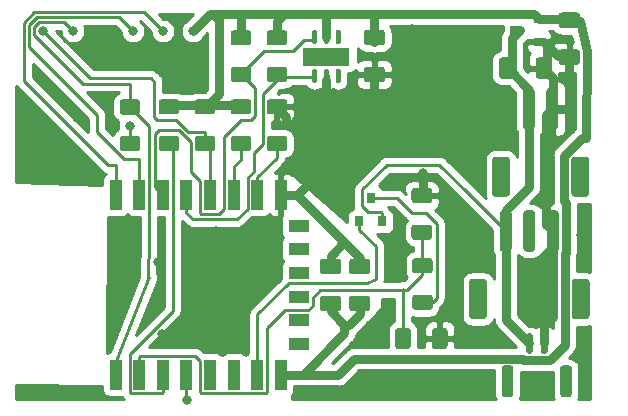
<source format=gbr>
G04 #@! TF.GenerationSoftware,KiCad,Pcbnew,(5.1.9-0-10_14)*
G04 #@! TF.CreationDate,2021-09-10T21:54:05+01:00*
G04 #@! TF.ProjectId,esp12f-si7021-v1.3,65737031-3266-42d7-9369-373032312d76,rev?*
G04 #@! TF.SameCoordinates,Original*
G04 #@! TF.FileFunction,Copper,L1,Top*
G04 #@! TF.FilePolarity,Positive*
%FSLAX46Y46*%
G04 Gerber Fmt 4.6, Leading zero omitted, Abs format (unit mm)*
G04 Created by KiCad (PCBNEW (5.1.9-0-10_14)) date 2021-09-10 21:54:05*
%MOMM*%
%LPD*%
G01*
G04 APERTURE LIST*
G04 #@! TA.AperFunction,SMDPad,CuDef*
%ADD10R,4.000000X1.500000*%
G04 #@! TD*
G04 #@! TA.AperFunction,SMDPad,CuDef*
%ADD11R,1.000000X2.500000*%
G04 #@! TD*
G04 #@! TA.AperFunction,SMDPad,CuDef*
%ADD12R,1.800000X1.000000*%
G04 #@! TD*
G04 #@! TA.AperFunction,SMDPad,CuDef*
%ADD13R,0.900000X0.800000*%
G04 #@! TD*
G04 #@! TA.AperFunction,SMDPad,CuDef*
%ADD14R,0.800000X0.900000*%
G04 #@! TD*
G04 #@! TA.AperFunction,ViaPad*
%ADD15C,0.800000*%
G04 #@! TD*
G04 #@! TA.AperFunction,Conductor*
%ADD16C,0.750000*%
G04 #@! TD*
G04 #@! TA.AperFunction,Conductor*
%ADD17C,0.250000*%
G04 #@! TD*
G04 #@! TA.AperFunction,Conductor*
%ADD18C,0.254000*%
G04 #@! TD*
G04 #@! TA.AperFunction,Conductor*
%ADD19C,0.100000*%
G04 #@! TD*
G04 APERTURE END LIST*
G04 #@! TA.AperFunction,SMDPad,CuDef*
G36*
G01*
X24501000Y-22914000D02*
X23251000Y-22914000D01*
G75*
G02*
X23001000Y-22664000I0J250000D01*
G01*
X23001000Y-21864000D01*
G75*
G02*
X23251000Y-21614000I250000J0D01*
G01*
X24501000Y-21614000D01*
G75*
G02*
X24751000Y-21864000I0J-250000D01*
G01*
X24751000Y-22664000D01*
G75*
G02*
X24501000Y-22914000I-250000J0D01*
G01*
G37*
G04 #@! TD.AperFunction*
G04 #@! TA.AperFunction,SMDPad,CuDef*
G36*
G01*
X24501000Y-26014000D02*
X23251000Y-26014000D01*
G75*
G02*
X23001000Y-25764000I0J250000D01*
G01*
X23001000Y-24964000D01*
G75*
G02*
X23251000Y-24714000I250000J0D01*
G01*
X24501000Y-24714000D01*
G75*
G02*
X24751000Y-24964000I0J-250000D01*
G01*
X24751000Y-25764000D01*
G75*
G02*
X24501000Y-26014000I-250000J0D01*
G01*
G37*
G04 #@! TD.AperFunction*
G04 #@! TA.AperFunction,SMDPad,CuDef*
G36*
G01*
X49452500Y-42524001D02*
X49452500Y-41223999D01*
G75*
G02*
X49702499Y-40974000I249999J0D01*
G01*
X50527501Y-40974000D01*
G75*
G02*
X50777500Y-41223999I0J-249999D01*
G01*
X50777500Y-42524001D01*
G75*
G02*
X50527501Y-42774000I-249999J0D01*
G01*
X49702499Y-42774000D01*
G75*
G02*
X49452500Y-42524001I0J249999D01*
G01*
G37*
G04 #@! TD.AperFunction*
G04 #@! TA.AperFunction,SMDPad,CuDef*
G36*
G01*
X46327500Y-42524001D02*
X46327500Y-41223999D01*
G75*
G02*
X46577499Y-40974000I249999J0D01*
G01*
X47402501Y-40974000D01*
G75*
G02*
X47652500Y-41223999I0J-249999D01*
G01*
X47652500Y-42524001D01*
G75*
G02*
X47402501Y-42774000I-249999J0D01*
G01*
X46577499Y-42774000D01*
G75*
G02*
X46327500Y-42524001I0J249999D01*
G01*
G37*
G04 #@! TD.AperFunction*
G04 #@! TA.AperFunction,SMDPad,CuDef*
G36*
G01*
X35697000Y-18861500D02*
X36947000Y-18861500D01*
G75*
G02*
X37197000Y-19111500I0J-250000D01*
G01*
X37197000Y-19911500D01*
G75*
G02*
X36947000Y-20161500I-250000J0D01*
G01*
X35697000Y-20161500D01*
G75*
G02*
X35447000Y-19911500I0J250000D01*
G01*
X35447000Y-19111500D01*
G75*
G02*
X35697000Y-18861500I250000J0D01*
G01*
G37*
G04 #@! TD.AperFunction*
G04 #@! TA.AperFunction,SMDPad,CuDef*
G36*
G01*
X35697000Y-15761500D02*
X36947000Y-15761500D01*
G75*
G02*
X37197000Y-16011500I0J-250000D01*
G01*
X37197000Y-16811500D01*
G75*
G02*
X36947000Y-17061500I-250000J0D01*
G01*
X35697000Y-17061500D01*
G75*
G02*
X35447000Y-16811500I0J250000D01*
G01*
X35447000Y-16011500D01*
G75*
G02*
X35697000Y-15761500I250000J0D01*
G01*
G37*
G04 #@! TD.AperFunction*
G04 #@! TA.AperFunction,SMDPad,CuDef*
G36*
G01*
X32649000Y-18861500D02*
X33899000Y-18861500D01*
G75*
G02*
X34149000Y-19111500I0J-250000D01*
G01*
X34149000Y-19911500D01*
G75*
G02*
X33899000Y-20161500I-250000J0D01*
G01*
X32649000Y-20161500D01*
G75*
G02*
X32399000Y-19911500I0J250000D01*
G01*
X32399000Y-19111500D01*
G75*
G02*
X32649000Y-18861500I250000J0D01*
G01*
G37*
G04 #@! TD.AperFunction*
G04 #@! TA.AperFunction,SMDPad,CuDef*
G36*
G01*
X32649000Y-15761500D02*
X33899000Y-15761500D01*
G75*
G02*
X34149000Y-16011500I0J-250000D01*
G01*
X34149000Y-16811500D01*
G75*
G02*
X33899000Y-17061500I-250000J0D01*
G01*
X32649000Y-17061500D01*
G75*
G02*
X32399000Y-16811500I0J250000D01*
G01*
X32399000Y-16011500D01*
G75*
G02*
X32649000Y-15761500I250000J0D01*
G01*
G37*
G04 #@! TD.AperFunction*
G04 #@! TA.AperFunction,SMDPad,CuDef*
G36*
G01*
X36947000Y-22903500D02*
X35697000Y-22903500D01*
G75*
G02*
X35447000Y-22653500I0J250000D01*
G01*
X35447000Y-21853500D01*
G75*
G02*
X35697000Y-21603500I250000J0D01*
G01*
X36947000Y-21603500D01*
G75*
G02*
X37197000Y-21853500I0J-250000D01*
G01*
X37197000Y-22653500D01*
G75*
G02*
X36947000Y-22903500I-250000J0D01*
G01*
G37*
G04 #@! TD.AperFunction*
G04 #@! TA.AperFunction,SMDPad,CuDef*
G36*
G01*
X36947000Y-26003500D02*
X35697000Y-26003500D01*
G75*
G02*
X35447000Y-25753500I0J250000D01*
G01*
X35447000Y-24953500D01*
G75*
G02*
X35697000Y-24703500I250000J0D01*
G01*
X36947000Y-24703500D01*
G75*
G02*
X37197000Y-24953500I0J-250000D01*
G01*
X37197000Y-25753500D01*
G75*
G02*
X36947000Y-26003500I-250000J0D01*
G01*
G37*
G04 #@! TD.AperFunction*
G04 #@! TA.AperFunction,SMDPad,CuDef*
G36*
G01*
X32649000Y-24703500D02*
X33899000Y-24703500D01*
G75*
G02*
X34149000Y-24953500I0J-250000D01*
G01*
X34149000Y-25753500D01*
G75*
G02*
X33899000Y-26003500I-250000J0D01*
G01*
X32649000Y-26003500D01*
G75*
G02*
X32399000Y-25753500I0J250000D01*
G01*
X32399000Y-24953500D01*
G75*
G02*
X32649000Y-24703500I250000J0D01*
G01*
G37*
G04 #@! TD.AperFunction*
G04 #@! TA.AperFunction,SMDPad,CuDef*
G36*
G01*
X32649000Y-21603500D02*
X33899000Y-21603500D01*
G75*
G02*
X34149000Y-21853500I0J-250000D01*
G01*
X34149000Y-22653500D01*
G75*
G02*
X33899000Y-22903500I-250000J0D01*
G01*
X32649000Y-22903500D01*
G75*
G02*
X32399000Y-22653500I0J250000D01*
G01*
X32399000Y-21853500D01*
G75*
G02*
X32649000Y-21603500I250000J0D01*
G01*
G37*
G04 #@! TD.AperFunction*
G04 #@! TA.AperFunction,SMDPad,CuDef*
G36*
G01*
X29601000Y-24703500D02*
X30851000Y-24703500D01*
G75*
G02*
X31101000Y-24953500I0J-250000D01*
G01*
X31101000Y-25753500D01*
G75*
G02*
X30851000Y-26003500I-250000J0D01*
G01*
X29601000Y-26003500D01*
G75*
G02*
X29351000Y-25753500I0J250000D01*
G01*
X29351000Y-24953500D01*
G75*
G02*
X29601000Y-24703500I250000J0D01*
G01*
G37*
G04 #@! TD.AperFunction*
G04 #@! TA.AperFunction,SMDPad,CuDef*
G36*
G01*
X29601000Y-21603500D02*
X30851000Y-21603500D01*
G75*
G02*
X31101000Y-21853500I0J-250000D01*
G01*
X31101000Y-22653500D01*
G75*
G02*
X30851000Y-22903500I-250000J0D01*
G01*
X29601000Y-22903500D01*
G75*
G02*
X29351000Y-22653500I0J250000D01*
G01*
X29351000Y-21853500D01*
G75*
G02*
X29601000Y-21603500I250000J0D01*
G01*
G37*
G04 #@! TD.AperFunction*
G04 #@! TA.AperFunction,SMDPad,CuDef*
G36*
G01*
X26553000Y-24703500D02*
X27803000Y-24703500D01*
G75*
G02*
X28053000Y-24953500I0J-250000D01*
G01*
X28053000Y-25753500D01*
G75*
G02*
X27803000Y-26003500I-250000J0D01*
G01*
X26553000Y-26003500D01*
G75*
G02*
X26303000Y-25753500I0J250000D01*
G01*
X26303000Y-24953500D01*
G75*
G02*
X26553000Y-24703500I250000J0D01*
G01*
G37*
G04 #@! TD.AperFunction*
G04 #@! TA.AperFunction,SMDPad,CuDef*
G36*
G01*
X26553000Y-21603500D02*
X27803000Y-21603500D01*
G75*
G02*
X28053000Y-21853500I0J-250000D01*
G01*
X28053000Y-22653500D01*
G75*
G02*
X27803000Y-22903500I-250000J0D01*
G01*
X26553000Y-22903500D01*
G75*
G02*
X26303000Y-22653500I0J250000D01*
G01*
X26303000Y-21853500D01*
G75*
G02*
X26553000Y-21603500I250000J0D01*
G01*
G37*
G04 #@! TD.AperFunction*
G04 #@! TA.AperFunction,SMDPad,CuDef*
G36*
G01*
X49215200Y-30418700D02*
X47965200Y-30418700D01*
G75*
G02*
X47715200Y-30168700I0J250000D01*
G01*
X47715200Y-29368700D01*
G75*
G02*
X47965200Y-29118700I250000J0D01*
G01*
X49215200Y-29118700D01*
G75*
G02*
X49465200Y-29368700I0J-250000D01*
G01*
X49465200Y-30168700D01*
G75*
G02*
X49215200Y-30418700I-250000J0D01*
G01*
G37*
G04 #@! TD.AperFunction*
G04 #@! TA.AperFunction,SMDPad,CuDef*
G36*
G01*
X49215200Y-33518700D02*
X47965200Y-33518700D01*
G75*
G02*
X47715200Y-33268700I0J250000D01*
G01*
X47715200Y-32468700D01*
G75*
G02*
X47965200Y-32218700I250000J0D01*
G01*
X49215200Y-32218700D01*
G75*
G02*
X49465200Y-32468700I0J-250000D01*
G01*
X49465200Y-33268700D01*
G75*
G02*
X49215200Y-33518700I-250000J0D01*
G01*
G37*
G04 #@! TD.AperFunction*
G04 #@! TA.AperFunction,SMDPad,CuDef*
G36*
G01*
X49266000Y-36365500D02*
X48016000Y-36365500D01*
G75*
G02*
X47766000Y-36115500I0J250000D01*
G01*
X47766000Y-35315500D01*
G75*
G02*
X48016000Y-35065500I250000J0D01*
G01*
X49266000Y-35065500D01*
G75*
G02*
X49516000Y-35315500I0J-250000D01*
G01*
X49516000Y-36115500D01*
G75*
G02*
X49266000Y-36365500I-250000J0D01*
G01*
G37*
G04 #@! TD.AperFunction*
G04 #@! TA.AperFunction,SMDPad,CuDef*
G36*
G01*
X49266000Y-39465500D02*
X48016000Y-39465500D01*
G75*
G02*
X47766000Y-39215500I0J250000D01*
G01*
X47766000Y-38415500D01*
G75*
G02*
X48016000Y-38165500I250000J0D01*
G01*
X49266000Y-38165500D01*
G75*
G02*
X49516000Y-38415500I0J-250000D01*
G01*
X49516000Y-39215500D01*
G75*
G02*
X49266000Y-39465500I-250000J0D01*
G01*
G37*
G04 #@! TD.AperFunction*
G04 #@! TA.AperFunction,SMDPad,CuDef*
G36*
G01*
X43926999Y-18861500D02*
X45227001Y-18861500D01*
G75*
G02*
X45477000Y-19111499I0J-249999D01*
G01*
X45477000Y-19936501D01*
G75*
G02*
X45227001Y-20186500I-249999J0D01*
G01*
X43926999Y-20186500D01*
G75*
G02*
X43677000Y-19936501I0J249999D01*
G01*
X43677000Y-19111499D01*
G75*
G02*
X43926999Y-18861500I249999J0D01*
G01*
G37*
G04 #@! TD.AperFunction*
G04 #@! TA.AperFunction,SMDPad,CuDef*
G36*
G01*
X43926999Y-15736500D02*
X45227001Y-15736500D01*
G75*
G02*
X45477000Y-15986499I0J-249999D01*
G01*
X45477000Y-16811501D01*
G75*
G02*
X45227001Y-17061500I-249999J0D01*
G01*
X43926999Y-17061500D01*
G75*
G02*
X43677000Y-16811501I0J249999D01*
G01*
X43677000Y-15986499D01*
G75*
G02*
X43926999Y-15736500I249999J0D01*
G01*
G37*
G04 #@! TD.AperFunction*
G04 #@! TA.AperFunction,SMDPad,CuDef*
G36*
G01*
X43982401Y-36441700D02*
X42682399Y-36441700D01*
G75*
G02*
X42432400Y-36191701I0J249999D01*
G01*
X42432400Y-35366699D01*
G75*
G02*
X42682399Y-35116700I249999J0D01*
G01*
X43982401Y-35116700D01*
G75*
G02*
X44232400Y-35366699I0J-249999D01*
G01*
X44232400Y-36191701D01*
G75*
G02*
X43982401Y-36441700I-249999J0D01*
G01*
G37*
G04 #@! TD.AperFunction*
G04 #@! TA.AperFunction,SMDPad,CuDef*
G36*
G01*
X43982401Y-39566700D02*
X42682399Y-39566700D01*
G75*
G02*
X42432400Y-39316701I0J249999D01*
G01*
X42432400Y-38491699D01*
G75*
G02*
X42682399Y-38241700I249999J0D01*
G01*
X43982401Y-38241700D01*
G75*
G02*
X44232400Y-38491699I0J-249999D01*
G01*
X44232400Y-39316701D01*
G75*
G02*
X43982401Y-39566700I-249999J0D01*
G01*
G37*
G04 #@! TD.AperFunction*
G04 #@! TA.AperFunction,SMDPad,CuDef*
G36*
G01*
X41518601Y-36441700D02*
X40218599Y-36441700D01*
G75*
G02*
X39968600Y-36191701I0J249999D01*
G01*
X39968600Y-35366699D01*
G75*
G02*
X40218599Y-35116700I249999J0D01*
G01*
X41518601Y-35116700D01*
G75*
G02*
X41768600Y-35366699I0J-249999D01*
G01*
X41768600Y-36191701D01*
G75*
G02*
X41518601Y-36441700I-249999J0D01*
G01*
G37*
G04 #@! TD.AperFunction*
G04 #@! TA.AperFunction,SMDPad,CuDef*
G36*
G01*
X41518601Y-39566700D02*
X40218599Y-39566700D01*
G75*
G02*
X39968600Y-39316701I0J249999D01*
G01*
X39968600Y-38491699D01*
G75*
G02*
X40218599Y-38241700I249999J0D01*
G01*
X41518601Y-38241700D01*
G75*
G02*
X41768600Y-38491699I0J-249999D01*
G01*
X41768600Y-39316701D01*
G75*
G02*
X41518601Y-39566700I-249999J0D01*
G01*
G37*
G04 #@! TD.AperFunction*
G04 #@! TA.AperFunction,SMDPad,CuDef*
G36*
G01*
X60431919Y-17390180D02*
X61731921Y-17390180D01*
G75*
G02*
X61981920Y-17640179I0J-249999D01*
G01*
X61981920Y-18465181D01*
G75*
G02*
X61731921Y-18715180I-249999J0D01*
G01*
X60431919Y-18715180D01*
G75*
G02*
X60181920Y-18465181I0J249999D01*
G01*
X60181920Y-17640179D01*
G75*
G02*
X60431919Y-17390180I249999J0D01*
G01*
G37*
G04 #@! TD.AperFunction*
G04 #@! TA.AperFunction,SMDPad,CuDef*
G36*
G01*
X60431919Y-14265180D02*
X61731921Y-14265180D01*
G75*
G02*
X61981920Y-14515179I0J-249999D01*
G01*
X61981920Y-15340181D01*
G75*
G02*
X61731921Y-15590180I-249999J0D01*
G01*
X60431919Y-15590180D01*
G75*
G02*
X60181920Y-15340181I0J249999D01*
G01*
X60181920Y-14515179D01*
G75*
G02*
X60431919Y-14265180I249999J0D01*
G01*
G37*
G04 #@! TD.AperFunction*
G04 #@! TA.AperFunction,SMDPad,CuDef*
G36*
G01*
X58237020Y-19623361D02*
X58237020Y-18323359D01*
G75*
G02*
X58487019Y-18073360I249999J0D01*
G01*
X59312021Y-18073360D01*
G75*
G02*
X59562020Y-18323359I0J-249999D01*
G01*
X59562020Y-19623361D01*
G75*
G02*
X59312021Y-19873360I-249999J0D01*
G01*
X58487019Y-19873360D01*
G75*
G02*
X58237020Y-19623361I0J249999D01*
G01*
G37*
G04 #@! TD.AperFunction*
G04 #@! TA.AperFunction,SMDPad,CuDef*
G36*
G01*
X55112020Y-19623361D02*
X55112020Y-18323359D01*
G75*
G02*
X55362019Y-18073360I249999J0D01*
G01*
X56187021Y-18073360D01*
G75*
G02*
X56437020Y-18323359I0J-249999D01*
G01*
X56437020Y-19623361D01*
G75*
G02*
X56187021Y-19873360I-249999J0D01*
G01*
X55362019Y-19873360D01*
G75*
G02*
X55112020Y-19623361I0J249999D01*
G01*
G37*
G04 #@! TD.AperFunction*
D10*
X40513000Y-17998000D03*
G04 #@! TA.AperFunction,SMDPad,CuDef*
G36*
G01*
X39613000Y-16948000D02*
X39413000Y-16948000D01*
G75*
G02*
X39313000Y-16848000I0J100000D01*
G01*
X39313000Y-15848000D01*
G75*
G02*
X39413000Y-15748000I100000J0D01*
G01*
X39613000Y-15748000D01*
G75*
G02*
X39713000Y-15848000I0J-100000D01*
G01*
X39713000Y-16848000D01*
G75*
G02*
X39613000Y-16948000I-100000J0D01*
G01*
G37*
G04 #@! TD.AperFunction*
G04 #@! TA.AperFunction,SMDPad,CuDef*
G36*
G01*
X40613000Y-16948000D02*
X40413000Y-16948000D01*
G75*
G02*
X40313000Y-16848000I0J100000D01*
G01*
X40313000Y-15848000D01*
G75*
G02*
X40413000Y-15748000I100000J0D01*
G01*
X40613000Y-15748000D01*
G75*
G02*
X40713000Y-15848000I0J-100000D01*
G01*
X40713000Y-16848000D01*
G75*
G02*
X40613000Y-16948000I-100000J0D01*
G01*
G37*
G04 #@! TD.AperFunction*
G04 #@! TA.AperFunction,SMDPad,CuDef*
G36*
G01*
X41613000Y-16948000D02*
X41413000Y-16948000D01*
G75*
G02*
X41313000Y-16848000I0J100000D01*
G01*
X41313000Y-15848000D01*
G75*
G02*
X41413000Y-15748000I100000J0D01*
G01*
X41613000Y-15748000D01*
G75*
G02*
X41713000Y-15848000I0J-100000D01*
G01*
X41713000Y-16848000D01*
G75*
G02*
X41613000Y-16948000I-100000J0D01*
G01*
G37*
G04 #@! TD.AperFunction*
G04 #@! TA.AperFunction,SMDPad,CuDef*
G36*
G01*
X41613000Y-20248000D02*
X41413000Y-20248000D01*
G75*
G02*
X41313000Y-20148000I0J100000D01*
G01*
X41313000Y-19148000D01*
G75*
G02*
X41413000Y-19048000I100000J0D01*
G01*
X41613000Y-19048000D01*
G75*
G02*
X41713000Y-19148000I0J-100000D01*
G01*
X41713000Y-20148000D01*
G75*
G02*
X41613000Y-20248000I-100000J0D01*
G01*
G37*
G04 #@! TD.AperFunction*
G04 #@! TA.AperFunction,SMDPad,CuDef*
G36*
G01*
X40613000Y-20248000D02*
X40413000Y-20248000D01*
G75*
G02*
X40313000Y-20148000I0J100000D01*
G01*
X40313000Y-19148000D01*
G75*
G02*
X40413000Y-19048000I100000J0D01*
G01*
X40613000Y-19048000D01*
G75*
G02*
X40713000Y-19148000I0J-100000D01*
G01*
X40713000Y-20148000D01*
G75*
G02*
X40613000Y-20248000I-100000J0D01*
G01*
G37*
G04 #@! TD.AperFunction*
G04 #@! TA.AperFunction,SMDPad,CuDef*
G36*
G01*
X39613000Y-20248000D02*
X39413000Y-20248000D01*
G75*
G02*
X39313000Y-20148000I0J100000D01*
G01*
X39313000Y-19148000D01*
G75*
G02*
X39413000Y-19048000I100000J0D01*
G01*
X39613000Y-19048000D01*
G75*
G02*
X39713000Y-19148000I0J-100000D01*
G01*
X39713000Y-20148000D01*
G75*
G02*
X39613000Y-20248000I-100000J0D01*
G01*
G37*
G04 #@! TD.AperFunction*
G04 #@! TA.AperFunction,SMDPad,CuDef*
G36*
G01*
X61293560Y-39970520D02*
X61293560Y-37070520D01*
G75*
G02*
X61543560Y-36820520I250000J0D01*
G01*
X62543560Y-36820520D01*
G75*
G02*
X62793560Y-37070520I0J-250000D01*
G01*
X62793560Y-39970520D01*
G75*
G02*
X62543560Y-40220520I-250000J0D01*
G01*
X61543560Y-40220520D01*
G75*
G02*
X61293560Y-39970520I0J250000D01*
G01*
G37*
G04 #@! TD.AperFunction*
G04 #@! TA.AperFunction,SMDPad,CuDef*
G36*
G01*
X52593560Y-39970520D02*
X52593560Y-37070520D01*
G75*
G02*
X52843560Y-36820520I250000J0D01*
G01*
X53843560Y-36820520D01*
G75*
G02*
X54093560Y-37070520I0J-250000D01*
G01*
X54093560Y-39970520D01*
G75*
G02*
X53843560Y-40220520I-250000J0D01*
G01*
X52843560Y-40220520D01*
G75*
G02*
X52593560Y-39970520I0J250000D01*
G01*
G37*
G04 #@! TD.AperFunction*
G04 #@! TA.AperFunction,SMDPad,CuDef*
G36*
G01*
X59193560Y-34270520D02*
X59193560Y-31270520D01*
G75*
G02*
X59443560Y-31020520I250000J0D01*
G01*
X59943560Y-31020520D01*
G75*
G02*
X60193560Y-31270520I0J-250000D01*
G01*
X60193560Y-34270520D01*
G75*
G02*
X59943560Y-34520520I-250000J0D01*
G01*
X59443560Y-34520520D01*
G75*
G02*
X59193560Y-34270520I0J250000D01*
G01*
G37*
G04 #@! TD.AperFunction*
G04 #@! TA.AperFunction,SMDPad,CuDef*
G36*
G01*
X57193560Y-34270520D02*
X57193560Y-31270520D01*
G75*
G02*
X57443560Y-31020520I250000J0D01*
G01*
X57943560Y-31020520D01*
G75*
G02*
X58193560Y-31270520I0J-250000D01*
G01*
X58193560Y-34270520D01*
G75*
G02*
X57943560Y-34520520I-250000J0D01*
G01*
X57443560Y-34520520D01*
G75*
G02*
X57193560Y-34270520I0J250000D01*
G01*
G37*
G04 #@! TD.AperFunction*
G04 #@! TA.AperFunction,SMDPad,CuDef*
G36*
G01*
X55193560Y-34270520D02*
X55193560Y-31270520D01*
G75*
G02*
X55443560Y-31020520I250000J0D01*
G01*
X55943560Y-31020520D01*
G75*
G02*
X56193560Y-31270520I0J-250000D01*
G01*
X56193560Y-34270520D01*
G75*
G02*
X55943560Y-34520520I-250000J0D01*
G01*
X55443560Y-34520520D01*
G75*
G02*
X55193560Y-34270520I0J250000D01*
G01*
G37*
G04 #@! TD.AperFunction*
G04 #@! TA.AperFunction,SMDPad,CuDef*
G36*
G01*
X60304600Y-46590960D02*
X60304600Y-44390960D01*
G75*
G02*
X60554600Y-44140960I250000J0D01*
G01*
X61054600Y-44140960D01*
G75*
G02*
X61304600Y-44390960I0J-250000D01*
G01*
X61304600Y-46590960D01*
G75*
G02*
X61054600Y-46840960I-250000J0D01*
G01*
X60554600Y-46840960D01*
G75*
G02*
X60304600Y-46590960I0J250000D01*
G01*
G37*
G04 #@! TD.AperFunction*
G04 #@! TA.AperFunction,SMDPad,CuDef*
G36*
G01*
X55354600Y-46590960D02*
X55354600Y-44390960D01*
G75*
G02*
X55604600Y-44140960I250000J0D01*
G01*
X56104600Y-44140960D01*
G75*
G02*
X56354600Y-44390960I0J-250000D01*
G01*
X56354600Y-46590960D01*
G75*
G02*
X56104600Y-46840960I-250000J0D01*
G01*
X55604600Y-46840960D01*
G75*
G02*
X55354600Y-46590960I0J250000D01*
G01*
G37*
G04 #@! TD.AperFunction*
G04 #@! TA.AperFunction,SMDPad,CuDef*
G36*
G01*
X58654600Y-42990960D02*
X58654600Y-41590960D01*
G75*
G02*
X58804600Y-41440960I150000J0D01*
G01*
X59104600Y-41440960D01*
G75*
G02*
X59254600Y-41590960I0J-150000D01*
G01*
X59254600Y-42990960D01*
G75*
G02*
X59104600Y-43140960I-150000J0D01*
G01*
X58804600Y-43140960D01*
G75*
G02*
X58654600Y-42990960I0J150000D01*
G01*
G37*
G04 #@! TD.AperFunction*
G04 #@! TA.AperFunction,SMDPad,CuDef*
G36*
G01*
X57404600Y-42990960D02*
X57404600Y-41590960D01*
G75*
G02*
X57554600Y-41440960I150000J0D01*
G01*
X57854600Y-41440960D01*
G75*
G02*
X58004600Y-41590960I0J-150000D01*
G01*
X58004600Y-42990960D01*
G75*
G02*
X57854600Y-43140960I-150000J0D01*
G01*
X57554600Y-43140960D01*
G75*
G02*
X57404600Y-42990960I0J150000D01*
G01*
G37*
G04 #@! TD.AperFunction*
G04 #@! TA.AperFunction,SMDPad,CuDef*
G36*
G01*
X61245800Y-29618160D02*
X61245800Y-26718160D01*
G75*
G02*
X61495800Y-26468160I250000J0D01*
G01*
X62495800Y-26468160D01*
G75*
G02*
X62745800Y-26718160I0J-250000D01*
G01*
X62745800Y-29618160D01*
G75*
G02*
X62495800Y-29868160I-250000J0D01*
G01*
X61495800Y-29868160D01*
G75*
G02*
X61245800Y-29618160I0J250000D01*
G01*
G37*
G04 #@! TD.AperFunction*
G04 #@! TA.AperFunction,SMDPad,CuDef*
G36*
G01*
X54545800Y-29618160D02*
X54545800Y-26718160D01*
G75*
G02*
X54795800Y-26468160I250000J0D01*
G01*
X55795800Y-26468160D01*
G75*
G02*
X56045800Y-26718160I0J-250000D01*
G01*
X56045800Y-29618160D01*
G75*
G02*
X55795800Y-29868160I-250000J0D01*
G01*
X54795800Y-29868160D01*
G75*
G02*
X54545800Y-29618160I0J250000D01*
G01*
G37*
G04 #@! TD.AperFunction*
G04 #@! TA.AperFunction,SMDPad,CuDef*
G36*
G01*
X59145800Y-23918160D02*
X59145800Y-20918160D01*
G75*
G02*
X59395800Y-20668160I250000J0D01*
G01*
X59895800Y-20668160D01*
G75*
G02*
X60145800Y-20918160I0J-250000D01*
G01*
X60145800Y-23918160D01*
G75*
G02*
X59895800Y-24168160I-250000J0D01*
G01*
X59395800Y-24168160D01*
G75*
G02*
X59145800Y-23918160I0J250000D01*
G01*
G37*
G04 #@! TD.AperFunction*
G04 #@! TA.AperFunction,SMDPad,CuDef*
G36*
G01*
X57145800Y-23918160D02*
X57145800Y-20918160D01*
G75*
G02*
X57395800Y-20668160I250000J0D01*
G01*
X57895800Y-20668160D01*
G75*
G02*
X58145800Y-20918160I0J-250000D01*
G01*
X58145800Y-23918160D01*
G75*
G02*
X57895800Y-24168160I-250000J0D01*
G01*
X57395800Y-24168160D01*
G75*
G02*
X57145800Y-23918160I0J250000D01*
G01*
G37*
G04 #@! TD.AperFunction*
D11*
X22670000Y-29722000D03*
X24670000Y-29722000D03*
X26670000Y-29722000D03*
X28670000Y-29722000D03*
X30670000Y-29722000D03*
X32670000Y-29722000D03*
X34670000Y-29722000D03*
X36670000Y-29722000D03*
D12*
X38170000Y-32322000D03*
X38170000Y-34322000D03*
X38170000Y-36322000D03*
X38170000Y-38322000D03*
X38170000Y-40322000D03*
X38170000Y-42322000D03*
D11*
X36670000Y-44922000D03*
X34670000Y-44922000D03*
X32670000Y-44922000D03*
X30670000Y-44922000D03*
X28670000Y-44922000D03*
X26670000Y-44922000D03*
X24670000Y-44922000D03*
X22670000Y-44922000D03*
D13*
X56515760Y-15778040D03*
X58515760Y-14828040D03*
X58515760Y-16728040D03*
D14*
X44262000Y-29942600D03*
X45212000Y-31942600D03*
X43312000Y-31942600D03*
D15*
X29210000Y-15839000D03*
X24130000Y-15839000D03*
X19050000Y-15839000D03*
X16510000Y-15839000D03*
X28702000Y-47081000D03*
X23876000Y-23840000D03*
X44551600Y-21503200D03*
X39024560Y-23662200D03*
X40513000Y-21630200D03*
X48666400Y-27878600D03*
X33121600Y-41518400D03*
X26568400Y-41518400D03*
X23749000Y-32730000D03*
X33451800Y-33746000D03*
X23545800Y-38267200D03*
X28829000Y-32958600D03*
X48793400Y-23814600D03*
X15290800Y-46496800D03*
X46329600Y-34381000D03*
X47777400Y-15635800D03*
X53019960Y-16433360D03*
X38866531Y-28872009D03*
X51531520Y-21559080D03*
X51531520Y-24373400D03*
X39065200Y-26532400D03*
X41737280Y-26120920D03*
X44922440Y-23448840D03*
X47802800Y-19903000D03*
X35209480Y-35681480D03*
X28630880Y-37992880D03*
X30840680Y-41640320D03*
X31201360Y-37992880D03*
X31150560Y-32750320D03*
X41584880Y-30108720D03*
X26228040Y-35407160D03*
X20518120Y-46608560D03*
X41798240Y-23514880D03*
X52456080Y-41640320D03*
X61269880Y-22676680D03*
X55361840Y-22676680D03*
X52451000Y-45938000D03*
X57693560Y-36138680D03*
X62108080Y-33121160D03*
X62301120Y-43921240D03*
X52684680Y-33476760D03*
X58171080Y-39969000D03*
X61020960Y-19994440D03*
X58328560Y-45755120D03*
X16637000Y-25618000D03*
X44577000Y-46065000D03*
X44577000Y-41620000D03*
X21590000Y-15839000D03*
X28575000Y-20538000D03*
X21590000Y-21554000D03*
X19431000Y-23205000D03*
X26670000Y-15839000D03*
D16*
X44704000Y-19830000D02*
X44577000Y-19703000D01*
X38005002Y-29722000D02*
X37920000Y-29722000D01*
X42024300Y-33741298D02*
X38005002Y-29722000D01*
X36670000Y-29722000D02*
X37920000Y-29722000D01*
X40513000Y-21630200D02*
X40513000Y-19952000D01*
X44577000Y-21477800D02*
X44551600Y-21503200D01*
X44577000Y-19703000D02*
X44577000Y-21477800D01*
X38973760Y-23713000D02*
X39024560Y-23662200D01*
X37094160Y-23713000D02*
X38973760Y-23713000D01*
X48666400Y-29755000D02*
X48590200Y-29831200D01*
X48666400Y-27878600D02*
X48666400Y-29755000D01*
X40868600Y-34896998D02*
X40868600Y-35854200D01*
X42024300Y-33741298D02*
X40868600Y-34896998D01*
X43332400Y-35049398D02*
X43332400Y-35854200D01*
X42024300Y-33741298D02*
X43332400Y-35049398D01*
X59220760Y-17036800D02*
X58912000Y-16728040D01*
X59220760Y-18973360D02*
X59220760Y-17036800D01*
X60161640Y-17977680D02*
X58912000Y-16728040D01*
X61478160Y-17977680D02*
X60161640Y-17977680D01*
X38016540Y-29722000D02*
X38466532Y-29272008D01*
X37920000Y-29722000D02*
X38016540Y-29722000D01*
X38466532Y-29272008D02*
X38866531Y-28872009D01*
X59664600Y-19813440D02*
X58824520Y-18973360D01*
X59664600Y-22737640D02*
X59664600Y-19813440D01*
X59193560Y-32270520D02*
X59693560Y-32770520D01*
X59145800Y-32222760D02*
X59193560Y-32270520D01*
X59145800Y-22918160D02*
X59145800Y-32222760D01*
X59645800Y-22418160D02*
X59145800Y-22918160D01*
X61011360Y-22418160D02*
X61269880Y-22676680D01*
X59645800Y-22418160D02*
X61011360Y-22418160D01*
X59693560Y-34138680D02*
X59693560Y-32770520D01*
X57693560Y-36138680D02*
X59693560Y-34138680D01*
X58954600Y-40752520D02*
X58954600Y-42290960D01*
X58171080Y-39969000D02*
X58954600Y-40752520D01*
X59693560Y-40013560D02*
X59693560Y-32770520D01*
X58954600Y-40752520D02*
X59693560Y-40013560D01*
X61020960Y-18038640D02*
X61081920Y-17977680D01*
X61020960Y-19994440D02*
X61020960Y-18038640D01*
X37094160Y-23088160D02*
X36322000Y-22316000D01*
X37094160Y-23713000D02*
X37094160Y-23088160D01*
D17*
X52222400Y-41874000D02*
X52456080Y-41640320D01*
X50115000Y-41874000D02*
X52222400Y-41874000D01*
X23909999Y-46497001D02*
X26594999Y-46497001D01*
X26594999Y-46497001D02*
X26670000Y-46422000D01*
X23844999Y-43168799D02*
X23844999Y-46432001D01*
X23844999Y-46432001D02*
X23909999Y-46497001D01*
X27495001Y-39518797D02*
X23844999Y-43168799D01*
X26670000Y-46422000D02*
X26670000Y-44922000D01*
X27432000Y-25037000D02*
X27495001Y-25100001D01*
X27495001Y-25100001D02*
X27495001Y-39518797D01*
X32670000Y-27316160D02*
X33298160Y-26688000D01*
X32670000Y-29722000D02*
X32670000Y-27316160D01*
X33274000Y-26663840D02*
X33298160Y-26688000D01*
X33274000Y-25291000D02*
X33274000Y-26663840D01*
D16*
X36670000Y-44922000D02*
X37920000Y-44922000D01*
X40868600Y-39541700D02*
X42024300Y-40697400D01*
X40868600Y-38829200D02*
X40868600Y-39541700D01*
X42024300Y-40697400D02*
X42426200Y-40697400D01*
X43332400Y-39791200D02*
X43332400Y-38829200D01*
X42426200Y-40697400D02*
X43332400Y-39791200D01*
X42024300Y-41442667D02*
X42024300Y-40697400D01*
X38544967Y-44922000D02*
X42024300Y-41442667D01*
X37920000Y-44922000D02*
X38544967Y-44922000D01*
X58064700Y-14376980D02*
X58515760Y-14828040D01*
X49151980Y-14376980D02*
X58064700Y-14376980D01*
X30480000Y-22135000D02*
X31319800Y-22135000D01*
X30407000Y-22062000D02*
X30480000Y-22135000D01*
X27432000Y-22062000D02*
X30407000Y-22062000D01*
X44577000Y-14569000D02*
X44384980Y-14376980D01*
X44577000Y-16728000D02*
X44577000Y-14569000D01*
X49151980Y-14376980D02*
X44384980Y-14376980D01*
D17*
X37011000Y-16702600D02*
X36922100Y-16613700D01*
X36209600Y-16613700D02*
X36922100Y-16613700D01*
D16*
X33274000Y-14565960D02*
X33462980Y-14376980D01*
X33462980Y-14376980D02*
X35308820Y-14376980D01*
X33274000Y-16474000D02*
X33274000Y-14565960D01*
X36895020Y-14376980D02*
X35308820Y-14376980D01*
X31455001Y-14909001D02*
X30922980Y-14376980D01*
X31455001Y-21159999D02*
X31455001Y-14909001D01*
X30480000Y-22135000D02*
X31455001Y-21159999D01*
X30922980Y-14376980D02*
X33462980Y-14376980D01*
X30480000Y-22135000D02*
X32595160Y-22135000D01*
X36322000Y-14950000D02*
X36895020Y-14376980D01*
X36322000Y-16474000D02*
X36322000Y-14950000D01*
X40513000Y-14569000D02*
X40705020Y-14376980D01*
X40705020Y-14376980D02*
X36895020Y-14376980D01*
X40513000Y-16348000D02*
X40513000Y-14569000D01*
X44384980Y-14376980D02*
X40705020Y-14376980D01*
X41529000Y-44922000D02*
X38544967Y-44922000D01*
X42885050Y-43565950D02*
X41529000Y-44922000D01*
X57254288Y-43715970D02*
X57104268Y-43565950D01*
X59404912Y-43715970D02*
X57254288Y-43715970D01*
X57104268Y-43565950D02*
X42885050Y-43565950D01*
X60718550Y-34662274D02*
X60718550Y-42402332D01*
X58515760Y-14828040D02*
X60907280Y-14828040D01*
X60768570Y-34612254D02*
X60718550Y-34662274D01*
X62193650Y-24853566D02*
X60670790Y-26376426D01*
X62531930Y-24853566D02*
X62193650Y-24853566D01*
X60670790Y-30260574D02*
X60768570Y-30358354D01*
X62611000Y-17569070D02*
X62531930Y-24853566D01*
X60670790Y-26376426D02*
X60670790Y-30260574D01*
X61081920Y-15002680D02*
X61956920Y-15002680D01*
X60907280Y-14828040D02*
X61081920Y-15002680D01*
X60768570Y-30358354D02*
X60768570Y-34612254D01*
X60718550Y-42402332D02*
X59404912Y-43715970D01*
X61956920Y-15002680D02*
X62611000Y-17569070D01*
X30672020Y-14376980D02*
X30922980Y-14376980D01*
X29210000Y-15839000D02*
X30672020Y-14376980D01*
D17*
X43536999Y-30652601D02*
X43536999Y-29232599D01*
X45136999Y-31167599D02*
X44051997Y-31167599D01*
X44051997Y-31167599D02*
X43536999Y-30652601D01*
X45212000Y-31242600D02*
X45136999Y-31167599D01*
X45212000Y-31942600D02*
X45212000Y-31242600D01*
D16*
X56245760Y-16444280D02*
X56912000Y-15778040D01*
X56245760Y-18973360D02*
X56245760Y-16444280D01*
X57664600Y-20788440D02*
X55849520Y-18973360D01*
X57664600Y-22737640D02*
X57664600Y-20788440D01*
X55693560Y-40279920D02*
X55693560Y-32770520D01*
X57704600Y-42290960D02*
X55693560Y-40279920D01*
X55693560Y-31020520D02*
X57652920Y-29061160D01*
X57652920Y-29061160D02*
X57652920Y-24622320D01*
X55693560Y-32770520D02*
X55693560Y-31020520D01*
X57652920Y-24622320D02*
X57664600Y-22737640D01*
X57664600Y-25631720D02*
X57652920Y-24622320D01*
D17*
X52415440Y-29492400D02*
X55693560Y-32770520D01*
X50076639Y-27153599D02*
X52415440Y-29492400D01*
X45615999Y-27153599D02*
X50076639Y-27153599D01*
X43536999Y-29232599D02*
X45615999Y-27153599D01*
X46463200Y-29942600D02*
X47802800Y-31282200D01*
X44262000Y-29942600D02*
X46463200Y-29942600D01*
X49841010Y-38427990D02*
X49516000Y-38753000D01*
X49841010Y-32156320D02*
X49841010Y-38427990D01*
X48966890Y-31282200D02*
X49841010Y-32156320D01*
X49516000Y-38753000D02*
X48641000Y-38753000D01*
X47802800Y-31282200D02*
X48966890Y-31282200D01*
X44704000Y-36794000D02*
X44704000Y-34000000D01*
X44704000Y-34000000D02*
X43312000Y-32642600D01*
X43940289Y-37147001D02*
X44704000Y-36794000D01*
X43312000Y-32642600D02*
X43312000Y-31942600D01*
X37359997Y-37147001D02*
X43940289Y-37147001D01*
X34670000Y-39836998D02*
X37359997Y-37147001D01*
X34670000Y-44922000D02*
X34670000Y-39836998D01*
X34670000Y-29722000D02*
X34670000Y-28728261D01*
X34670000Y-28222000D02*
X36322000Y-26570000D01*
X36322000Y-26570000D02*
X36322000Y-25291000D01*
X34670000Y-29722000D02*
X34670000Y-28222000D01*
X26670000Y-29722000D02*
X26670000Y-28972000D01*
X34275010Y-18447990D02*
X33274000Y-19449000D01*
X39513000Y-16602000D02*
X38639190Y-16602000D01*
X35211490Y-17511510D02*
X34275010Y-18447990D01*
X37729680Y-17511510D02*
X35211490Y-17511510D01*
X38639190Y-16602000D02*
X37729680Y-17511510D01*
X34474010Y-20649010D02*
X33274000Y-19449000D01*
X34137180Y-23353510D02*
X34474010Y-23016680D01*
X33310800Y-23353510D02*
X34137180Y-23353510D01*
X31844999Y-24819311D02*
X33310800Y-23353510D01*
X31844999Y-30882003D02*
X31844999Y-24819311D01*
X29909999Y-31297001D02*
X31430001Y-31297001D01*
X29844999Y-28561997D02*
X29844999Y-31232001D01*
X29025990Y-27742988D02*
X29844999Y-28561997D01*
X29025990Y-25238300D02*
X29025990Y-27742988D01*
X28041180Y-24253490D02*
X29025990Y-25238300D01*
X31430001Y-31297001D02*
X31844999Y-30882003D01*
X26314820Y-24253490D02*
X28041180Y-24253490D01*
X25977990Y-24590320D02*
X26314820Y-24253490D01*
X25977990Y-29029990D02*
X25977990Y-24590320D01*
X34474010Y-23016680D02*
X34474010Y-20649010D01*
X29844999Y-31232001D02*
X29909999Y-31297001D01*
X26670000Y-29722000D02*
X25977990Y-29029990D01*
X36960800Y-19702000D02*
X36844300Y-19585500D01*
X36131800Y-19585500D02*
X36844300Y-19585500D01*
X33844999Y-28293121D02*
X34412610Y-27725510D01*
X33844999Y-30882003D02*
X33844999Y-28293121D01*
X37046500Y-19702000D02*
X39513000Y-19702000D01*
X35121990Y-25421010D02*
X35121990Y-21193510D01*
X28670000Y-31222000D02*
X29195012Y-31747012D01*
X32979990Y-31747012D02*
X33844999Y-30882003D01*
X34412610Y-26130390D02*
X35121990Y-25421010D01*
X29195012Y-31747012D02*
X32979990Y-31747012D01*
X36830000Y-19485500D02*
X37046500Y-19702000D01*
X35121990Y-21193510D02*
X36830000Y-19485500D01*
X34412610Y-27725510D02*
X34412610Y-26130390D01*
X28670000Y-29722000D02*
X28670000Y-31222000D01*
X22670000Y-29722000D02*
X22670000Y-27206000D01*
X25044979Y-14213979D02*
X26670000Y-15839000D01*
X15789199Y-14213979D02*
X25044979Y-14213979D01*
X14884981Y-15118197D02*
X15789199Y-14213979D01*
X14884981Y-20055981D02*
X14884981Y-15118197D01*
X22035000Y-27206000D02*
X14884981Y-20055981D01*
X22670000Y-27206000D02*
X22035000Y-27206000D01*
X30822900Y-29569100D02*
X30670000Y-29722000D01*
X30670000Y-25300000D02*
X30480000Y-25110000D01*
X25953049Y-23120109D02*
X26186450Y-23353510D01*
X25953049Y-20111951D02*
X25953049Y-23120109D01*
X30226000Y-25291000D02*
X30226000Y-24348000D01*
X30670000Y-25735000D02*
X30670000Y-29722000D01*
X30226000Y-25291000D02*
X30670000Y-25735000D01*
X27777610Y-23353510D02*
X26186450Y-23353510D01*
X28772100Y-24348000D02*
X27777610Y-23353510D01*
X30226000Y-24348000D02*
X28772100Y-24348000D01*
X20500990Y-19829990D02*
X16510000Y-15839000D01*
X25671088Y-19829990D02*
X20500990Y-19829990D01*
X25953049Y-20111951D02*
X25671088Y-19829990D01*
X24670000Y-29722000D02*
X24670000Y-28972000D01*
X24670000Y-29722000D02*
X24670000Y-26666000D01*
X21082000Y-24408190D02*
X21082000Y-22951000D01*
X23339810Y-26666000D02*
X21082000Y-24408190D01*
X24670000Y-26666000D02*
X23339810Y-26666000D01*
X21082000Y-23078000D02*
X21082000Y-22951000D01*
X15975599Y-14663989D02*
X22954989Y-14663989D01*
X15334989Y-17203989D02*
X15334990Y-15304598D01*
X22954989Y-14663989D02*
X24130000Y-15839000D01*
X15334990Y-15304598D02*
X15975599Y-14663989D01*
X21082000Y-22951000D02*
X15334989Y-17203989D01*
X40005420Y-37791690D02*
X39395001Y-38402109D01*
X48641000Y-35778000D02*
X48641000Y-32857000D01*
X48641000Y-36490500D02*
X47339810Y-37791690D01*
X48641000Y-32857000D02*
X48590200Y-32806200D01*
X48641000Y-35778000D02*
X48641000Y-36490500D01*
X24745001Y-43346999D02*
X24670000Y-43422000D01*
X39395001Y-39082001D02*
X38980003Y-39496999D01*
X37009999Y-39496999D02*
X35495001Y-41011997D01*
X39395001Y-38402109D02*
X39395001Y-39082001D01*
X29430001Y-43346999D02*
X24745001Y-43346999D01*
X24670000Y-43422000D02*
X24670000Y-44922000D01*
X38980003Y-39496999D02*
X37009999Y-39496999D01*
X47339810Y-37791690D02*
X40005420Y-37791690D01*
X29844999Y-43761997D02*
X29430001Y-43346999D01*
X35495001Y-41011997D02*
X35495001Y-46432001D01*
X29844999Y-46432001D02*
X29844999Y-43761997D01*
X35495001Y-46432001D02*
X35430001Y-46497001D01*
X29909999Y-46497001D02*
X29844999Y-46432001D01*
X35430001Y-46497001D02*
X29909999Y-46497001D01*
X46990000Y-41874000D02*
X46990000Y-37683000D01*
X23876000Y-22264000D02*
X23876000Y-20280000D01*
X25527980Y-23915980D02*
X23876000Y-22264000D01*
X25444344Y-35117854D02*
X25527980Y-35034218D01*
X25444344Y-36838344D02*
X25444344Y-35117854D01*
X22351795Y-44603795D02*
X25444344Y-36838344D01*
X25527980Y-35034218D02*
X25527980Y-23915980D01*
X25444344Y-36838344D02*
X25503039Y-36690961D01*
X16161999Y-15113999D02*
X18324999Y-15113999D01*
X15784999Y-16187001D02*
X15784999Y-15490999D01*
X18324999Y-15113999D02*
X19050000Y-15839000D01*
X19877998Y-20280000D02*
X15784999Y-16187001D01*
X15784999Y-15490999D02*
X16161999Y-15113999D01*
X23876000Y-20280000D02*
X19877998Y-20280000D01*
X28670000Y-45893412D02*
X28670000Y-44922000D01*
X23876000Y-23840000D02*
X23876000Y-25364000D01*
X28670000Y-47049000D02*
X28702000Y-47081000D01*
X28670000Y-44922000D02*
X28670000Y-47049000D01*
D18*
X62815001Y-47031000D02*
X61821519Y-47031000D01*
X61875072Y-46930810D01*
X61925608Y-46764214D01*
X61942672Y-46590960D01*
X61942672Y-44390960D01*
X61925608Y-44217706D01*
X61875072Y-44051110D01*
X61793005Y-43897574D01*
X61682562Y-43762998D01*
X61547986Y-43652555D01*
X61394450Y-43570488D01*
X61227854Y-43519952D01*
X61054600Y-43502888D01*
X61046350Y-43502888D01*
X61397649Y-43151589D01*
X61436183Y-43119965D01*
X61562397Y-42966172D01*
X61656182Y-42790712D01*
X61680051Y-42712026D01*
X61713935Y-42600327D01*
X61733436Y-42402332D01*
X61728550Y-42352724D01*
X61728550Y-40858592D01*
X62543560Y-40858592D01*
X62716814Y-40841528D01*
X62815001Y-40811744D01*
X62815001Y-47031000D01*
G04 #@! TA.AperFunction,Conductor*
D19*
G36*
X62815001Y-47031000D02*
G01*
X61821519Y-47031000D01*
X61875072Y-46930810D01*
X61925608Y-46764214D01*
X61942672Y-46590960D01*
X61942672Y-44390960D01*
X61925608Y-44217706D01*
X61875072Y-44051110D01*
X61793005Y-43897574D01*
X61682562Y-43762998D01*
X61547986Y-43652555D01*
X61394450Y-43570488D01*
X61227854Y-43519952D01*
X61054600Y-43502888D01*
X61046350Y-43502888D01*
X61397649Y-43151589D01*
X61436183Y-43119965D01*
X61562397Y-42966172D01*
X61656182Y-42790712D01*
X61680051Y-42712026D01*
X61713935Y-42600327D01*
X61733436Y-42402332D01*
X61728550Y-42352724D01*
X61728550Y-40858592D01*
X62543560Y-40858592D01*
X62716814Y-40841528D01*
X62815001Y-40811744D01*
X62815001Y-47031000D01*
G37*
G04 #@! TD.AperFunction*
D18*
X21531928Y-45894282D02*
X21531928Y-46172000D01*
X21544188Y-46296482D01*
X21580498Y-46416180D01*
X21639463Y-46526494D01*
X21718815Y-46623185D01*
X21815506Y-46702537D01*
X21925820Y-46761502D01*
X22045518Y-46797812D01*
X22170000Y-46810072D01*
X23170000Y-46810072D01*
X23184561Y-46808638D01*
X23210025Y-46856277D01*
X23272993Y-46933003D01*
X23304999Y-46972002D01*
X23333997Y-46995800D01*
X23346195Y-47007998D01*
X23365072Y-47031000D01*
X14274000Y-47031000D01*
X14274000Y-45803178D01*
X21531928Y-45894282D01*
G04 #@! TA.AperFunction,Conductor*
D19*
G36*
X21531928Y-45894282D02*
G01*
X21531928Y-46172000D01*
X21544188Y-46296482D01*
X21580498Y-46416180D01*
X21639463Y-46526494D01*
X21718815Y-46623185D01*
X21815506Y-46702537D01*
X21925820Y-46761502D01*
X22045518Y-46797812D01*
X22170000Y-46810072D01*
X23170000Y-46810072D01*
X23184561Y-46808638D01*
X23210025Y-46856277D01*
X23272993Y-46933003D01*
X23304999Y-46972002D01*
X23333997Y-46995800D01*
X23346195Y-47007998D01*
X23365072Y-47031000D01*
X14274000Y-47031000D01*
X14274000Y-45803178D01*
X21531928Y-45894282D01*
G37*
G04 #@! TD.AperFunction*
D18*
X59666528Y-46590960D02*
X59683592Y-46764214D01*
X59734128Y-46930810D01*
X59787681Y-47031000D01*
X56871519Y-47031000D01*
X56925072Y-46930810D01*
X56975608Y-46764214D01*
X56992672Y-46590960D01*
X56992672Y-44692055D01*
X57056294Y-44711355D01*
X57204680Y-44725970D01*
X57204682Y-44725970D01*
X57254287Y-44730856D01*
X57303892Y-44725970D01*
X59355304Y-44725970D01*
X59404912Y-44730856D01*
X59602906Y-44711355D01*
X59602909Y-44711354D01*
X59666528Y-44692055D01*
X59666528Y-46590960D01*
G04 #@! TA.AperFunction,Conductor*
D19*
G36*
X59666528Y-46590960D02*
G01*
X59683592Y-46764214D01*
X59734128Y-46930810D01*
X59787681Y-47031000D01*
X56871519Y-47031000D01*
X56925072Y-46930810D01*
X56975608Y-46764214D01*
X56992672Y-46590960D01*
X56992672Y-44692055D01*
X57056294Y-44711355D01*
X57204680Y-44725970D01*
X57204682Y-44725970D01*
X57254287Y-44730856D01*
X57303892Y-44725970D01*
X59355304Y-44725970D01*
X59404912Y-44730856D01*
X59602906Y-44711355D01*
X59602909Y-44711354D01*
X59666528Y-44692055D01*
X59666528Y-46590960D01*
G37*
G04 #@! TD.AperFunction*
D18*
X54716528Y-46590960D02*
X54733592Y-46764214D01*
X54784128Y-46930810D01*
X54837681Y-47031000D01*
X37573214Y-47031000D01*
X37609998Y-46632366D01*
X37621185Y-46623185D01*
X37700537Y-46526494D01*
X37759502Y-46416180D01*
X37795812Y-46296482D01*
X37808072Y-46172000D01*
X37808072Y-45932000D01*
X38495359Y-45932000D01*
X38544967Y-45936886D01*
X38594575Y-45932000D01*
X41479392Y-45932000D01*
X41529000Y-45936886D01*
X41726994Y-45917385D01*
X41810677Y-45892000D01*
X41917380Y-45859632D01*
X42092840Y-45765847D01*
X42246633Y-45639633D01*
X42278261Y-45601094D01*
X43303405Y-44575950D01*
X54716528Y-44575950D01*
X54716528Y-46590960D01*
G04 #@! TA.AperFunction,Conductor*
D19*
G36*
X54716528Y-46590960D02*
G01*
X54733592Y-46764214D01*
X54784128Y-46930810D01*
X54837681Y-47031000D01*
X37573214Y-47031000D01*
X37609998Y-46632366D01*
X37621185Y-46623185D01*
X37700537Y-46526494D01*
X37759502Y-46416180D01*
X37795812Y-46296482D01*
X37808072Y-46172000D01*
X37808072Y-45932000D01*
X38495359Y-45932000D01*
X38544967Y-45936886D01*
X38594575Y-45932000D01*
X41479392Y-45932000D01*
X41529000Y-45936886D01*
X41726994Y-45917385D01*
X41810677Y-45892000D01*
X41917380Y-45859632D01*
X42092840Y-45765847D01*
X42246633Y-45639633D01*
X42278261Y-45601094D01*
X43303405Y-44575950D01*
X54716528Y-44575950D01*
X54716528Y-46590960D01*
G37*
G04 #@! TD.AperFunction*
D18*
X46230000Y-40407616D02*
X46084113Y-40485595D01*
X45949538Y-40596038D01*
X45839095Y-40730613D01*
X45757028Y-40884149D01*
X45706492Y-41050745D01*
X45689428Y-41223999D01*
X45689428Y-42524001D01*
X45692575Y-42555950D01*
X42934654Y-42555950D01*
X42885049Y-42551064D01*
X42835444Y-42555950D01*
X42835442Y-42555950D01*
X42687056Y-42570565D01*
X42496670Y-42628318D01*
X42321210Y-42722103D01*
X42167417Y-42848317D01*
X42135789Y-42886856D01*
X41110645Y-43912000D01*
X40983322Y-43912000D01*
X42703400Y-42191923D01*
X42741933Y-42160300D01*
X42868147Y-42006507D01*
X42961932Y-41831047D01*
X42983181Y-41760999D01*
X43019685Y-41640662D01*
X43026103Y-41575497D01*
X44043222Y-40514423D01*
X44050033Y-40508833D01*
X44058680Y-40498297D01*
X44512000Y-40025385D01*
X44610362Y-39944662D01*
X44720805Y-39810087D01*
X44723862Y-39804368D01*
X45212241Y-39294883D01*
X45227625Y-39275309D01*
X45238894Y-39253109D01*
X45245616Y-39229137D01*
X45247079Y-39195959D01*
X45190854Y-38551690D01*
X46230001Y-38551690D01*
X46230000Y-40407616D01*
G04 #@! TA.AperFunction,Conductor*
D19*
G36*
X46230000Y-40407616D02*
G01*
X46084113Y-40485595D01*
X45949538Y-40596038D01*
X45839095Y-40730613D01*
X45757028Y-40884149D01*
X45706492Y-41050745D01*
X45689428Y-41223999D01*
X45689428Y-42524001D01*
X45692575Y-42555950D01*
X42934654Y-42555950D01*
X42885049Y-42551064D01*
X42835444Y-42555950D01*
X42835442Y-42555950D01*
X42687056Y-42570565D01*
X42496670Y-42628318D01*
X42321210Y-42722103D01*
X42167417Y-42848317D01*
X42135789Y-42886856D01*
X41110645Y-43912000D01*
X40983322Y-43912000D01*
X42703400Y-42191923D01*
X42741933Y-42160300D01*
X42868147Y-42006507D01*
X42961932Y-41831047D01*
X42983181Y-41760999D01*
X43019685Y-41640662D01*
X43026103Y-41575497D01*
X44043222Y-40514423D01*
X44050033Y-40508833D01*
X44058680Y-40498297D01*
X44512000Y-40025385D01*
X44610362Y-39944662D01*
X44720805Y-39810087D01*
X44723862Y-39804368D01*
X45212241Y-39294883D01*
X45227625Y-39275309D01*
X45238894Y-39253109D01*
X45245616Y-39229137D01*
X45247079Y-39195959D01*
X45190854Y-38551690D01*
X46230001Y-38551690D01*
X46230000Y-40407616D01*
G37*
G04 #@! TD.AperFunction*
D18*
X55427688Y-15849034D02*
X55401914Y-15880440D01*
X55308128Y-16055901D01*
X55250375Y-16246286D01*
X55230874Y-16444280D01*
X55235761Y-16493897D01*
X55235761Y-17447723D01*
X55188765Y-17452352D01*
X55022169Y-17502888D01*
X54868633Y-17584955D01*
X54734058Y-17695398D01*
X54623615Y-17829973D01*
X54541548Y-17983509D01*
X54491012Y-18150105D01*
X54473948Y-18323359D01*
X54473948Y-19623361D01*
X54491012Y-19796615D01*
X54541548Y-19963211D01*
X54623615Y-20116747D01*
X54734058Y-20251322D01*
X54868633Y-20361765D01*
X55022169Y-20443832D01*
X55188765Y-20494368D01*
X55362019Y-20511432D01*
X55959237Y-20511432D01*
X56507728Y-21059924D01*
X56507728Y-23918160D01*
X56524792Y-24091414D01*
X56575328Y-24258010D01*
X56644358Y-24387156D01*
X56643227Y-24569602D01*
X56642921Y-24572712D01*
X56642921Y-24578562D01*
X56642414Y-24584402D01*
X56642884Y-24625015D01*
X56642632Y-24665667D01*
X56642921Y-24668800D01*
X56642921Y-26466159D01*
X56616272Y-26378310D01*
X56534205Y-26224774D01*
X56423762Y-26090198D01*
X56289186Y-25979755D01*
X56135650Y-25897688D01*
X55969054Y-25847152D01*
X55795800Y-25830088D01*
X54795800Y-25830088D01*
X54622546Y-25847152D01*
X54455950Y-25897688D01*
X54302414Y-25979755D01*
X54167838Y-26090198D01*
X54057395Y-26224774D01*
X53975328Y-26378310D01*
X53924792Y-26544906D01*
X53907728Y-26718160D01*
X53907728Y-29618160D01*
X53924792Y-29791414D01*
X53975328Y-29958010D01*
X53997693Y-29999852D01*
X52979244Y-28981402D01*
X52979239Y-28981397D01*
X50640443Y-26642602D01*
X50616640Y-26613598D01*
X50500915Y-26518625D01*
X50368886Y-26448053D01*
X50225625Y-26404596D01*
X50113972Y-26393599D01*
X50113961Y-26393599D01*
X50076639Y-26389923D01*
X50039317Y-26393599D01*
X45653321Y-26393599D01*
X45615999Y-26389923D01*
X45578676Y-26393599D01*
X45578666Y-26393599D01*
X45467013Y-26404596D01*
X45348500Y-26440546D01*
X45323752Y-26448053D01*
X45191722Y-26518625D01*
X45111488Y-26584472D01*
X45075998Y-26613598D01*
X45052200Y-26642596D01*
X43025997Y-28668800D01*
X42996999Y-28692598D01*
X42973201Y-28721596D01*
X42973200Y-28721597D01*
X42902025Y-28808323D01*
X42831453Y-28940353D01*
X42811752Y-29005301D01*
X42787997Y-29083613D01*
X42784541Y-29118700D01*
X42773323Y-29232599D01*
X42777000Y-29269931D01*
X42776999Y-30615278D01*
X42773323Y-30652601D01*
X42776999Y-30689923D01*
X42776999Y-30689933D01*
X42787996Y-30801586D01*
X42807187Y-30864851D01*
X42787518Y-30866788D01*
X42667820Y-30903098D01*
X42557506Y-30962063D01*
X42460815Y-31041415D01*
X42381463Y-31138106D01*
X42322498Y-31248420D01*
X42286188Y-31368118D01*
X42273928Y-31492600D01*
X42273928Y-32004842D01*
X37675029Y-28031420D01*
X37654686Y-28017069D01*
X37631933Y-28006962D01*
X37607646Y-28001488D01*
X37597316Y-28001226D01*
X37524494Y-27941463D01*
X37414180Y-27882498D01*
X37294482Y-27846188D01*
X37170000Y-27833928D01*
X36955750Y-27837000D01*
X36797000Y-27995750D01*
X36797000Y-29595000D01*
X36817000Y-29595000D01*
X36817000Y-29667915D01*
X36717734Y-29907752D01*
X36710513Y-29931578D01*
X36708080Y-29956355D01*
X36710527Y-29981131D01*
X36717761Y-30004953D01*
X36729503Y-30026907D01*
X36746577Y-30047404D01*
X36797000Y-30096398D01*
X36797000Y-31397397D01*
X36739463Y-31467506D01*
X36680498Y-31577820D01*
X36644188Y-31697518D01*
X36631928Y-31822000D01*
X36631928Y-32822000D01*
X36644188Y-32946482D01*
X36680498Y-33066180D01*
X36739463Y-33176494D01*
X36818815Y-33273185D01*
X36878296Y-33322000D01*
X36818815Y-33370815D01*
X36739463Y-33467506D01*
X36680498Y-33577820D01*
X36644188Y-33697518D01*
X36631928Y-33822000D01*
X36631928Y-34822000D01*
X36644188Y-34946482D01*
X36680498Y-35066180D01*
X36739463Y-35176494D01*
X36818815Y-35273185D01*
X36878296Y-35322000D01*
X36818815Y-35370815D01*
X36739463Y-35467506D01*
X36680498Y-35577820D01*
X36644188Y-35697518D01*
X36631928Y-35822000D01*
X36631928Y-36800268D01*
X34158998Y-39273199D01*
X34130000Y-39296997D01*
X34106202Y-39325995D01*
X34106201Y-39325996D01*
X34035026Y-39412722D01*
X33964454Y-39544752D01*
X33934180Y-39644556D01*
X33930542Y-39656551D01*
X33920998Y-39688013D01*
X33906324Y-39836998D01*
X33910001Y-39874330D01*
X33910000Y-43090954D01*
X33815506Y-43141463D01*
X33718815Y-43220815D01*
X33670000Y-43280296D01*
X33621185Y-43220815D01*
X33524494Y-43141463D01*
X33414180Y-43082498D01*
X33294482Y-43046188D01*
X33170000Y-43033928D01*
X32170000Y-43033928D01*
X32045518Y-43046188D01*
X31925820Y-43082498D01*
X31815506Y-43141463D01*
X31718815Y-43220815D01*
X31670000Y-43280296D01*
X31621185Y-43220815D01*
X31524494Y-43141463D01*
X31414180Y-43082498D01*
X31294482Y-43046188D01*
X31170000Y-43033928D01*
X30191731Y-43033928D01*
X29993805Y-42836002D01*
X29970002Y-42806998D01*
X29854277Y-42712025D01*
X29722248Y-42641453D01*
X29578987Y-42597996D01*
X29467334Y-42586999D01*
X29467323Y-42586999D01*
X29430001Y-42583323D01*
X29392679Y-42586999D01*
X25501600Y-42586999D01*
X28006004Y-40082596D01*
X28035002Y-40058798D01*
X28129975Y-39943073D01*
X28200547Y-39811044D01*
X28244004Y-39667783D01*
X28255001Y-39556130D01*
X28255001Y-39556121D01*
X28258677Y-39518798D01*
X28255001Y-39481475D01*
X28255001Y-31881802D01*
X28631212Y-32258014D01*
X28655011Y-32287013D01*
X28684009Y-32310811D01*
X28770735Y-32381986D01*
X28895297Y-32448566D01*
X28902765Y-32452558D01*
X29046026Y-32496015D01*
X29157679Y-32507012D01*
X29157688Y-32507012D01*
X29195011Y-32510688D01*
X29232334Y-32507012D01*
X32942668Y-32507012D01*
X32979990Y-32510688D01*
X33017312Y-32507012D01*
X33017323Y-32507012D01*
X33128976Y-32496015D01*
X33272237Y-32452558D01*
X33404266Y-32381986D01*
X33519991Y-32287013D01*
X33543793Y-32258010D01*
X34191733Y-31610072D01*
X35170000Y-31610072D01*
X35294482Y-31597812D01*
X35414180Y-31561502D01*
X35524494Y-31502537D01*
X35621185Y-31423185D01*
X35670000Y-31363704D01*
X35718815Y-31423185D01*
X35815506Y-31502537D01*
X35925820Y-31561502D01*
X36045518Y-31597812D01*
X36170000Y-31610072D01*
X36384250Y-31607000D01*
X36543000Y-31448250D01*
X36543000Y-29849000D01*
X36523000Y-29849000D01*
X36523000Y-29595000D01*
X36543000Y-29595000D01*
X36543000Y-27995750D01*
X36384250Y-27837000D01*
X36170000Y-27833928D01*
X36128818Y-27837984D01*
X36833004Y-27133798D01*
X36862001Y-27110001D01*
X36956974Y-26994276D01*
X37027546Y-26862247D01*
X37071003Y-26718986D01*
X37079917Y-26628481D01*
X37120254Y-26624508D01*
X37286850Y-26573972D01*
X37440386Y-26491905D01*
X37574962Y-26381462D01*
X37685405Y-26246886D01*
X37767472Y-26093350D01*
X37818008Y-25926754D01*
X37835072Y-25753500D01*
X37835072Y-24953500D01*
X37818008Y-24780246D01*
X37767472Y-24613650D01*
X37685405Y-24460114D01*
X37574962Y-24325538D01*
X37440386Y-24215095D01*
X37286850Y-24133028D01*
X37120254Y-24082492D01*
X36947000Y-24065428D01*
X35881990Y-24065428D01*
X35881990Y-23539304D01*
X36036250Y-23538500D01*
X36195000Y-23379750D01*
X36195000Y-22380500D01*
X36449000Y-22380500D01*
X36449000Y-23379750D01*
X36607750Y-23538500D01*
X37197000Y-23541572D01*
X37321482Y-23529312D01*
X37441180Y-23493002D01*
X37551494Y-23434037D01*
X37648185Y-23354685D01*
X37727537Y-23257994D01*
X37786502Y-23147680D01*
X37822812Y-23027982D01*
X37835072Y-22903500D01*
X37832000Y-22539250D01*
X37673250Y-22380500D01*
X36449000Y-22380500D01*
X36195000Y-22380500D01*
X36175000Y-22380500D01*
X36175000Y-22126500D01*
X36195000Y-22126500D01*
X36195000Y-22106500D01*
X36449000Y-22106500D01*
X36449000Y-22126500D01*
X37673250Y-22126500D01*
X37832000Y-21967750D01*
X37835072Y-21603500D01*
X37822812Y-21479018D01*
X37786502Y-21359320D01*
X37727537Y-21249006D01*
X37648185Y-21152315D01*
X37551494Y-21072963D01*
X37441180Y-21013998D01*
X37321482Y-20977688D01*
X37197000Y-20965428D01*
X36607750Y-20968500D01*
X36449002Y-21127248D01*
X36449002Y-20968500D01*
X36421802Y-20968500D01*
X36590730Y-20799572D01*
X36947000Y-20799572D01*
X37120254Y-20782508D01*
X37286850Y-20731972D01*
X37440386Y-20649905D01*
X37574962Y-20539462D01*
X37638533Y-20462000D01*
X38747975Y-20462000D01*
X38799316Y-20558051D01*
X38891104Y-20669896D01*
X39002949Y-20761684D01*
X39130552Y-20829890D01*
X39269009Y-20871890D01*
X39413000Y-20886072D01*
X39613000Y-20886072D01*
X39756991Y-20871890D01*
X39895448Y-20829890D01*
X39975709Y-20786989D01*
X40058659Y-20833189D01*
X40177711Y-20871564D01*
X40281250Y-20883000D01*
X40440000Y-20724250D01*
X40440000Y-19775000D01*
X40366000Y-19775000D01*
X40366000Y-19521000D01*
X40440000Y-19521000D01*
X40440000Y-19501000D01*
X40586000Y-19501000D01*
X40586000Y-19521000D01*
X40660000Y-19521000D01*
X40660000Y-19775000D01*
X40586000Y-19775000D01*
X40586000Y-20724250D01*
X40744750Y-20883000D01*
X40848289Y-20871564D01*
X40967341Y-20833189D01*
X41050291Y-20786989D01*
X41130552Y-20829890D01*
X41269009Y-20871890D01*
X41413000Y-20886072D01*
X41613000Y-20886072D01*
X41756991Y-20871890D01*
X41895448Y-20829890D01*
X42023051Y-20761684D01*
X42134896Y-20669896D01*
X42226684Y-20558051D01*
X42294890Y-20430448D01*
X42336890Y-20291991D01*
X42347280Y-20186500D01*
X43038928Y-20186500D01*
X43051188Y-20310982D01*
X43087498Y-20430680D01*
X43146463Y-20540994D01*
X43225815Y-20637685D01*
X43322506Y-20717037D01*
X43432820Y-20776002D01*
X43552518Y-20812312D01*
X43677000Y-20824572D01*
X44291250Y-20821500D01*
X44450000Y-20662750D01*
X44450000Y-19651000D01*
X44704000Y-19651000D01*
X44704000Y-20662750D01*
X44862750Y-20821500D01*
X45477000Y-20824572D01*
X45601482Y-20812312D01*
X45721180Y-20776002D01*
X45831494Y-20717037D01*
X45928185Y-20637685D01*
X46007537Y-20540994D01*
X46066502Y-20430680D01*
X46102812Y-20310982D01*
X46115072Y-20186500D01*
X46112000Y-19809750D01*
X45953250Y-19651000D01*
X44704000Y-19651000D01*
X44450000Y-19651000D01*
X43200750Y-19651000D01*
X43042000Y-19809750D01*
X43038928Y-20186500D01*
X42347280Y-20186500D01*
X42351072Y-20148000D01*
X42351072Y-19386072D01*
X42513000Y-19386072D01*
X42637482Y-19373812D01*
X42757180Y-19337502D01*
X42867494Y-19278537D01*
X42964185Y-19199185D01*
X43040919Y-19105684D01*
X43042000Y-19238250D01*
X43200750Y-19397000D01*
X44450000Y-19397000D01*
X44450000Y-18385250D01*
X44704000Y-18385250D01*
X44704000Y-19397000D01*
X45953250Y-19397000D01*
X46112000Y-19238250D01*
X46115072Y-18861500D01*
X46102812Y-18737018D01*
X46066502Y-18617320D01*
X46007537Y-18507006D01*
X45928185Y-18410315D01*
X45831494Y-18330963D01*
X45721180Y-18271998D01*
X45601482Y-18235688D01*
X45477000Y-18223428D01*
X44862750Y-18226500D01*
X44704000Y-18385250D01*
X44450000Y-18385250D01*
X44291250Y-18226500D01*
X43677000Y-18223428D01*
X43552518Y-18235688D01*
X43432820Y-18271998D01*
X43322506Y-18330963D01*
X43225815Y-18410315D01*
X43151072Y-18501390D01*
X43151072Y-17248000D01*
X43149465Y-17231679D01*
X43188595Y-17304887D01*
X43299038Y-17439462D01*
X43433613Y-17549905D01*
X43587149Y-17631972D01*
X43753745Y-17682508D01*
X43926999Y-17699572D01*
X44300505Y-17699572D01*
X44379006Y-17723385D01*
X44577000Y-17742886D01*
X44774993Y-17723385D01*
X44853494Y-17699572D01*
X45227001Y-17699572D01*
X45400255Y-17682508D01*
X45566851Y-17631972D01*
X45720387Y-17549905D01*
X45854962Y-17439462D01*
X45965405Y-17304887D01*
X46047472Y-17151351D01*
X46098008Y-16984755D01*
X46115072Y-16811501D01*
X46115072Y-15986499D01*
X46098008Y-15813245D01*
X46047472Y-15646649D01*
X45965405Y-15493113D01*
X45878304Y-15386980D01*
X55427688Y-15386980D01*
X55427688Y-15849034D01*
G04 #@! TA.AperFunction,Conductor*
D19*
G36*
X55427688Y-15849034D02*
G01*
X55401914Y-15880440D01*
X55308128Y-16055901D01*
X55250375Y-16246286D01*
X55230874Y-16444280D01*
X55235761Y-16493897D01*
X55235761Y-17447723D01*
X55188765Y-17452352D01*
X55022169Y-17502888D01*
X54868633Y-17584955D01*
X54734058Y-17695398D01*
X54623615Y-17829973D01*
X54541548Y-17983509D01*
X54491012Y-18150105D01*
X54473948Y-18323359D01*
X54473948Y-19623361D01*
X54491012Y-19796615D01*
X54541548Y-19963211D01*
X54623615Y-20116747D01*
X54734058Y-20251322D01*
X54868633Y-20361765D01*
X55022169Y-20443832D01*
X55188765Y-20494368D01*
X55362019Y-20511432D01*
X55959237Y-20511432D01*
X56507728Y-21059924D01*
X56507728Y-23918160D01*
X56524792Y-24091414D01*
X56575328Y-24258010D01*
X56644358Y-24387156D01*
X56643227Y-24569602D01*
X56642921Y-24572712D01*
X56642921Y-24578562D01*
X56642414Y-24584402D01*
X56642884Y-24625015D01*
X56642632Y-24665667D01*
X56642921Y-24668800D01*
X56642921Y-26466159D01*
X56616272Y-26378310D01*
X56534205Y-26224774D01*
X56423762Y-26090198D01*
X56289186Y-25979755D01*
X56135650Y-25897688D01*
X55969054Y-25847152D01*
X55795800Y-25830088D01*
X54795800Y-25830088D01*
X54622546Y-25847152D01*
X54455950Y-25897688D01*
X54302414Y-25979755D01*
X54167838Y-26090198D01*
X54057395Y-26224774D01*
X53975328Y-26378310D01*
X53924792Y-26544906D01*
X53907728Y-26718160D01*
X53907728Y-29618160D01*
X53924792Y-29791414D01*
X53975328Y-29958010D01*
X53997693Y-29999852D01*
X52979244Y-28981402D01*
X52979239Y-28981397D01*
X50640443Y-26642602D01*
X50616640Y-26613598D01*
X50500915Y-26518625D01*
X50368886Y-26448053D01*
X50225625Y-26404596D01*
X50113972Y-26393599D01*
X50113961Y-26393599D01*
X50076639Y-26389923D01*
X50039317Y-26393599D01*
X45653321Y-26393599D01*
X45615999Y-26389923D01*
X45578676Y-26393599D01*
X45578666Y-26393599D01*
X45467013Y-26404596D01*
X45348500Y-26440546D01*
X45323752Y-26448053D01*
X45191722Y-26518625D01*
X45111488Y-26584472D01*
X45075998Y-26613598D01*
X45052200Y-26642596D01*
X43025997Y-28668800D01*
X42996999Y-28692598D01*
X42973201Y-28721596D01*
X42973200Y-28721597D01*
X42902025Y-28808323D01*
X42831453Y-28940353D01*
X42811752Y-29005301D01*
X42787997Y-29083613D01*
X42784541Y-29118700D01*
X42773323Y-29232599D01*
X42777000Y-29269931D01*
X42776999Y-30615278D01*
X42773323Y-30652601D01*
X42776999Y-30689923D01*
X42776999Y-30689933D01*
X42787996Y-30801586D01*
X42807187Y-30864851D01*
X42787518Y-30866788D01*
X42667820Y-30903098D01*
X42557506Y-30962063D01*
X42460815Y-31041415D01*
X42381463Y-31138106D01*
X42322498Y-31248420D01*
X42286188Y-31368118D01*
X42273928Y-31492600D01*
X42273928Y-32004842D01*
X37675029Y-28031420D01*
X37654686Y-28017069D01*
X37631933Y-28006962D01*
X37607646Y-28001488D01*
X37597316Y-28001226D01*
X37524494Y-27941463D01*
X37414180Y-27882498D01*
X37294482Y-27846188D01*
X37170000Y-27833928D01*
X36955750Y-27837000D01*
X36797000Y-27995750D01*
X36797000Y-29595000D01*
X36817000Y-29595000D01*
X36817000Y-29667915D01*
X36717734Y-29907752D01*
X36710513Y-29931578D01*
X36708080Y-29956355D01*
X36710527Y-29981131D01*
X36717761Y-30004953D01*
X36729503Y-30026907D01*
X36746577Y-30047404D01*
X36797000Y-30096398D01*
X36797000Y-31397397D01*
X36739463Y-31467506D01*
X36680498Y-31577820D01*
X36644188Y-31697518D01*
X36631928Y-31822000D01*
X36631928Y-32822000D01*
X36644188Y-32946482D01*
X36680498Y-33066180D01*
X36739463Y-33176494D01*
X36818815Y-33273185D01*
X36878296Y-33322000D01*
X36818815Y-33370815D01*
X36739463Y-33467506D01*
X36680498Y-33577820D01*
X36644188Y-33697518D01*
X36631928Y-33822000D01*
X36631928Y-34822000D01*
X36644188Y-34946482D01*
X36680498Y-35066180D01*
X36739463Y-35176494D01*
X36818815Y-35273185D01*
X36878296Y-35322000D01*
X36818815Y-35370815D01*
X36739463Y-35467506D01*
X36680498Y-35577820D01*
X36644188Y-35697518D01*
X36631928Y-35822000D01*
X36631928Y-36800268D01*
X34158998Y-39273199D01*
X34130000Y-39296997D01*
X34106202Y-39325995D01*
X34106201Y-39325996D01*
X34035026Y-39412722D01*
X33964454Y-39544752D01*
X33934180Y-39644556D01*
X33930542Y-39656551D01*
X33920998Y-39688013D01*
X33906324Y-39836998D01*
X33910001Y-39874330D01*
X33910000Y-43090954D01*
X33815506Y-43141463D01*
X33718815Y-43220815D01*
X33670000Y-43280296D01*
X33621185Y-43220815D01*
X33524494Y-43141463D01*
X33414180Y-43082498D01*
X33294482Y-43046188D01*
X33170000Y-43033928D01*
X32170000Y-43033928D01*
X32045518Y-43046188D01*
X31925820Y-43082498D01*
X31815506Y-43141463D01*
X31718815Y-43220815D01*
X31670000Y-43280296D01*
X31621185Y-43220815D01*
X31524494Y-43141463D01*
X31414180Y-43082498D01*
X31294482Y-43046188D01*
X31170000Y-43033928D01*
X30191731Y-43033928D01*
X29993805Y-42836002D01*
X29970002Y-42806998D01*
X29854277Y-42712025D01*
X29722248Y-42641453D01*
X29578987Y-42597996D01*
X29467334Y-42586999D01*
X29467323Y-42586999D01*
X29430001Y-42583323D01*
X29392679Y-42586999D01*
X25501600Y-42586999D01*
X28006004Y-40082596D01*
X28035002Y-40058798D01*
X28129975Y-39943073D01*
X28200547Y-39811044D01*
X28244004Y-39667783D01*
X28255001Y-39556130D01*
X28255001Y-39556121D01*
X28258677Y-39518798D01*
X28255001Y-39481475D01*
X28255001Y-31881802D01*
X28631212Y-32258014D01*
X28655011Y-32287013D01*
X28684009Y-32310811D01*
X28770735Y-32381986D01*
X28895297Y-32448566D01*
X28902765Y-32452558D01*
X29046026Y-32496015D01*
X29157679Y-32507012D01*
X29157688Y-32507012D01*
X29195011Y-32510688D01*
X29232334Y-32507012D01*
X32942668Y-32507012D01*
X32979990Y-32510688D01*
X33017312Y-32507012D01*
X33017323Y-32507012D01*
X33128976Y-32496015D01*
X33272237Y-32452558D01*
X33404266Y-32381986D01*
X33519991Y-32287013D01*
X33543793Y-32258010D01*
X34191733Y-31610072D01*
X35170000Y-31610072D01*
X35294482Y-31597812D01*
X35414180Y-31561502D01*
X35524494Y-31502537D01*
X35621185Y-31423185D01*
X35670000Y-31363704D01*
X35718815Y-31423185D01*
X35815506Y-31502537D01*
X35925820Y-31561502D01*
X36045518Y-31597812D01*
X36170000Y-31610072D01*
X36384250Y-31607000D01*
X36543000Y-31448250D01*
X36543000Y-29849000D01*
X36523000Y-29849000D01*
X36523000Y-29595000D01*
X36543000Y-29595000D01*
X36543000Y-27995750D01*
X36384250Y-27837000D01*
X36170000Y-27833928D01*
X36128818Y-27837984D01*
X36833004Y-27133798D01*
X36862001Y-27110001D01*
X36956974Y-26994276D01*
X37027546Y-26862247D01*
X37071003Y-26718986D01*
X37079917Y-26628481D01*
X37120254Y-26624508D01*
X37286850Y-26573972D01*
X37440386Y-26491905D01*
X37574962Y-26381462D01*
X37685405Y-26246886D01*
X37767472Y-26093350D01*
X37818008Y-25926754D01*
X37835072Y-25753500D01*
X37835072Y-24953500D01*
X37818008Y-24780246D01*
X37767472Y-24613650D01*
X37685405Y-24460114D01*
X37574962Y-24325538D01*
X37440386Y-24215095D01*
X37286850Y-24133028D01*
X37120254Y-24082492D01*
X36947000Y-24065428D01*
X35881990Y-24065428D01*
X35881990Y-23539304D01*
X36036250Y-23538500D01*
X36195000Y-23379750D01*
X36195000Y-22380500D01*
X36449000Y-22380500D01*
X36449000Y-23379750D01*
X36607750Y-23538500D01*
X37197000Y-23541572D01*
X37321482Y-23529312D01*
X37441180Y-23493002D01*
X37551494Y-23434037D01*
X37648185Y-23354685D01*
X37727537Y-23257994D01*
X37786502Y-23147680D01*
X37822812Y-23027982D01*
X37835072Y-22903500D01*
X37832000Y-22539250D01*
X37673250Y-22380500D01*
X36449000Y-22380500D01*
X36195000Y-22380500D01*
X36175000Y-22380500D01*
X36175000Y-22126500D01*
X36195000Y-22126500D01*
X36195000Y-22106500D01*
X36449000Y-22106500D01*
X36449000Y-22126500D01*
X37673250Y-22126500D01*
X37832000Y-21967750D01*
X37835072Y-21603500D01*
X37822812Y-21479018D01*
X37786502Y-21359320D01*
X37727537Y-21249006D01*
X37648185Y-21152315D01*
X37551494Y-21072963D01*
X37441180Y-21013998D01*
X37321482Y-20977688D01*
X37197000Y-20965428D01*
X36607750Y-20968500D01*
X36449002Y-21127248D01*
X36449002Y-20968500D01*
X36421802Y-20968500D01*
X36590730Y-20799572D01*
X36947000Y-20799572D01*
X37120254Y-20782508D01*
X37286850Y-20731972D01*
X37440386Y-20649905D01*
X37574962Y-20539462D01*
X37638533Y-20462000D01*
X38747975Y-20462000D01*
X38799316Y-20558051D01*
X38891104Y-20669896D01*
X39002949Y-20761684D01*
X39130552Y-20829890D01*
X39269009Y-20871890D01*
X39413000Y-20886072D01*
X39613000Y-20886072D01*
X39756991Y-20871890D01*
X39895448Y-20829890D01*
X39975709Y-20786989D01*
X40058659Y-20833189D01*
X40177711Y-20871564D01*
X40281250Y-20883000D01*
X40440000Y-20724250D01*
X40440000Y-19775000D01*
X40366000Y-19775000D01*
X40366000Y-19521000D01*
X40440000Y-19521000D01*
X40440000Y-19501000D01*
X40586000Y-19501000D01*
X40586000Y-19521000D01*
X40660000Y-19521000D01*
X40660000Y-19775000D01*
X40586000Y-19775000D01*
X40586000Y-20724250D01*
X40744750Y-20883000D01*
X40848289Y-20871564D01*
X40967341Y-20833189D01*
X41050291Y-20786989D01*
X41130552Y-20829890D01*
X41269009Y-20871890D01*
X41413000Y-20886072D01*
X41613000Y-20886072D01*
X41756991Y-20871890D01*
X41895448Y-20829890D01*
X42023051Y-20761684D01*
X42134896Y-20669896D01*
X42226684Y-20558051D01*
X42294890Y-20430448D01*
X42336890Y-20291991D01*
X42347280Y-20186500D01*
X43038928Y-20186500D01*
X43051188Y-20310982D01*
X43087498Y-20430680D01*
X43146463Y-20540994D01*
X43225815Y-20637685D01*
X43322506Y-20717037D01*
X43432820Y-20776002D01*
X43552518Y-20812312D01*
X43677000Y-20824572D01*
X44291250Y-20821500D01*
X44450000Y-20662750D01*
X44450000Y-19651000D01*
X44704000Y-19651000D01*
X44704000Y-20662750D01*
X44862750Y-20821500D01*
X45477000Y-20824572D01*
X45601482Y-20812312D01*
X45721180Y-20776002D01*
X45831494Y-20717037D01*
X45928185Y-20637685D01*
X46007537Y-20540994D01*
X46066502Y-20430680D01*
X46102812Y-20310982D01*
X46115072Y-20186500D01*
X46112000Y-19809750D01*
X45953250Y-19651000D01*
X44704000Y-19651000D01*
X44450000Y-19651000D01*
X43200750Y-19651000D01*
X43042000Y-19809750D01*
X43038928Y-20186500D01*
X42347280Y-20186500D01*
X42351072Y-20148000D01*
X42351072Y-19386072D01*
X42513000Y-19386072D01*
X42637482Y-19373812D01*
X42757180Y-19337502D01*
X42867494Y-19278537D01*
X42964185Y-19199185D01*
X43040919Y-19105684D01*
X43042000Y-19238250D01*
X43200750Y-19397000D01*
X44450000Y-19397000D01*
X44450000Y-18385250D01*
X44704000Y-18385250D01*
X44704000Y-19397000D01*
X45953250Y-19397000D01*
X46112000Y-19238250D01*
X46115072Y-18861500D01*
X46102812Y-18737018D01*
X46066502Y-18617320D01*
X46007537Y-18507006D01*
X45928185Y-18410315D01*
X45831494Y-18330963D01*
X45721180Y-18271998D01*
X45601482Y-18235688D01*
X45477000Y-18223428D01*
X44862750Y-18226500D01*
X44704000Y-18385250D01*
X44450000Y-18385250D01*
X44291250Y-18226500D01*
X43677000Y-18223428D01*
X43552518Y-18235688D01*
X43432820Y-18271998D01*
X43322506Y-18330963D01*
X43225815Y-18410315D01*
X43151072Y-18501390D01*
X43151072Y-17248000D01*
X43149465Y-17231679D01*
X43188595Y-17304887D01*
X43299038Y-17439462D01*
X43433613Y-17549905D01*
X43587149Y-17631972D01*
X43753745Y-17682508D01*
X43926999Y-17699572D01*
X44300505Y-17699572D01*
X44379006Y-17723385D01*
X44577000Y-17742886D01*
X44774993Y-17723385D01*
X44853494Y-17699572D01*
X45227001Y-17699572D01*
X45400255Y-17682508D01*
X45566851Y-17631972D01*
X45720387Y-17549905D01*
X45854962Y-17439462D01*
X45965405Y-17304887D01*
X46047472Y-17151351D01*
X46098008Y-16984755D01*
X46115072Y-16811501D01*
X46115072Y-15986499D01*
X46098008Y-15813245D01*
X46047472Y-15646649D01*
X45965405Y-15493113D01*
X45878304Y-15386980D01*
X55427688Y-15386980D01*
X55427688Y-15849034D01*
G37*
G04 #@! TD.AperFunction*
D18*
X23718815Y-31423185D02*
X23815506Y-31502537D01*
X23925820Y-31561502D01*
X24045518Y-31597812D01*
X24170000Y-31610072D01*
X24767980Y-31610072D01*
X24767980Y-34771013D01*
X24738798Y-34825608D01*
X24720712Y-34885233D01*
X24695342Y-34968868D01*
X24685140Y-35072454D01*
X24680668Y-35117854D01*
X24684345Y-35155186D01*
X24684344Y-36692576D01*
X22158484Y-43035062D01*
X22045518Y-43046188D01*
X21925820Y-43082498D01*
X21922033Y-43084522D01*
X21995139Y-31582530D01*
X22045518Y-31597812D01*
X22170000Y-31610072D01*
X23170000Y-31610072D01*
X23294482Y-31597812D01*
X23414180Y-31561502D01*
X23524494Y-31502537D01*
X23621185Y-31423185D01*
X23670000Y-31363704D01*
X23718815Y-31423185D01*
G04 #@! TA.AperFunction,Conductor*
D19*
G36*
X23718815Y-31423185D02*
G01*
X23815506Y-31502537D01*
X23925820Y-31561502D01*
X24045518Y-31597812D01*
X24170000Y-31610072D01*
X24767980Y-31610072D01*
X24767980Y-34771013D01*
X24738798Y-34825608D01*
X24720712Y-34885233D01*
X24695342Y-34968868D01*
X24685140Y-35072454D01*
X24680668Y-35117854D01*
X24684345Y-35155186D01*
X24684344Y-36692576D01*
X22158484Y-43035062D01*
X22045518Y-43046188D01*
X21925820Y-43082498D01*
X21922033Y-43084522D01*
X21995139Y-31582530D01*
X22045518Y-31597812D01*
X22170000Y-31610072D01*
X23170000Y-31610072D01*
X23294482Y-31597812D01*
X23414180Y-31561502D01*
X23524494Y-31502537D01*
X23621185Y-31423185D01*
X23670000Y-31363704D01*
X23718815Y-31423185D01*
G37*
G04 #@! TD.AperFunction*
D18*
X51904437Y-30056199D02*
X54555488Y-32707250D01*
X54555488Y-34270520D01*
X54572552Y-34443774D01*
X54623088Y-34610370D01*
X54683561Y-34723506D01*
X54683560Y-36795047D01*
X54664032Y-36730670D01*
X54581965Y-36577134D01*
X54471522Y-36442558D01*
X54336946Y-36332115D01*
X54183410Y-36250048D01*
X54016814Y-36199512D01*
X53843560Y-36182448D01*
X52843560Y-36182448D01*
X52670306Y-36199512D01*
X52503710Y-36250048D01*
X52350174Y-36332115D01*
X52215598Y-36442558D01*
X52105155Y-36577134D01*
X52023088Y-36730670D01*
X51972552Y-36897266D01*
X51955488Y-37070520D01*
X51955488Y-39970520D01*
X51972552Y-40143774D01*
X52023088Y-40310370D01*
X52105155Y-40463906D01*
X52215598Y-40598482D01*
X52350174Y-40708925D01*
X52503710Y-40790992D01*
X52670306Y-40841528D01*
X52843560Y-40858592D01*
X53843560Y-40858592D01*
X54016814Y-40841528D01*
X54183410Y-40790992D01*
X54336946Y-40708925D01*
X54471522Y-40598482D01*
X54581965Y-40463906D01*
X54664032Y-40310370D01*
X54681273Y-40253534D01*
X54678674Y-40279920D01*
X54698175Y-40477914D01*
X54722040Y-40556586D01*
X54755928Y-40668299D01*
X54849713Y-40843760D01*
X54975927Y-40997553D01*
X55014466Y-41029181D01*
X56541235Y-42555950D01*
X51414481Y-42555950D01*
X51412500Y-42159750D01*
X51253750Y-42001000D01*
X50242000Y-42001000D01*
X50242000Y-42021000D01*
X49988000Y-42021000D01*
X49988000Y-42001000D01*
X48976250Y-42001000D01*
X48817500Y-42159750D01*
X48815519Y-42555950D01*
X48287425Y-42555950D01*
X48290572Y-42524001D01*
X48290572Y-41223999D01*
X48273508Y-41050745D01*
X48250228Y-40974000D01*
X48814428Y-40974000D01*
X48817500Y-41588250D01*
X48976250Y-41747000D01*
X49988000Y-41747000D01*
X49988000Y-40497750D01*
X50242000Y-40497750D01*
X50242000Y-41747000D01*
X51253750Y-41747000D01*
X51412500Y-41588250D01*
X51415572Y-40974000D01*
X51403312Y-40849518D01*
X51367002Y-40729820D01*
X51308037Y-40619506D01*
X51228685Y-40522815D01*
X51131994Y-40443463D01*
X51021680Y-40384498D01*
X50901982Y-40348188D01*
X50777500Y-40335928D01*
X50400750Y-40339000D01*
X50242000Y-40497750D01*
X49988000Y-40497750D01*
X49829250Y-40339000D01*
X49452500Y-40335928D01*
X49328018Y-40348188D01*
X49208320Y-40384498D01*
X49098006Y-40443463D01*
X49001315Y-40522815D01*
X48921963Y-40619506D01*
X48862998Y-40729820D01*
X48826688Y-40849518D01*
X48814428Y-40974000D01*
X48250228Y-40974000D01*
X48222972Y-40884149D01*
X48140905Y-40730613D01*
X48030462Y-40596038D01*
X47895887Y-40485595D01*
X47750000Y-40407616D01*
X47750000Y-40058374D01*
X47842746Y-40086508D01*
X48016000Y-40103572D01*
X49266000Y-40103572D01*
X49439254Y-40086508D01*
X49605850Y-40035972D01*
X49759386Y-39953905D01*
X49893962Y-39843462D01*
X50004405Y-39708886D01*
X50086472Y-39555350D01*
X50137008Y-39388754D01*
X50154072Y-39215500D01*
X50154072Y-39189729D01*
X50352007Y-38991794D01*
X50381011Y-38967991D01*
X50475984Y-38852266D01*
X50546556Y-38720237D01*
X50590013Y-38576976D01*
X50601010Y-38465323D01*
X50604687Y-38427990D01*
X50601010Y-38390657D01*
X50601010Y-32193642D01*
X50604686Y-32156319D01*
X50601010Y-32118996D01*
X50601010Y-32118987D01*
X50590013Y-32007334D01*
X50546556Y-31864073D01*
X50475984Y-31732044D01*
X50381011Y-31616319D01*
X50352014Y-31592522D01*
X49747381Y-30987890D01*
X49819694Y-30949237D01*
X49916385Y-30869885D01*
X49995737Y-30773194D01*
X50054702Y-30662880D01*
X50091012Y-30543182D01*
X50103272Y-30418700D01*
X50100200Y-30054450D01*
X49941450Y-29895700D01*
X48717200Y-29895700D01*
X48717200Y-29915700D01*
X48463200Y-29915700D01*
X48463200Y-29895700D01*
X48443200Y-29895700D01*
X48443200Y-29641700D01*
X48463200Y-29641700D01*
X48463200Y-28642450D01*
X48717200Y-28642450D01*
X48717200Y-29641700D01*
X49941450Y-29641700D01*
X50100200Y-29482950D01*
X50103272Y-29118700D01*
X50091012Y-28994218D01*
X50054702Y-28874520D01*
X49995737Y-28764206D01*
X49916385Y-28667515D01*
X49819694Y-28588163D01*
X49709380Y-28529198D01*
X49589682Y-28492888D01*
X49465200Y-28480628D01*
X48875950Y-28483700D01*
X48717200Y-28642450D01*
X48463200Y-28642450D01*
X48304450Y-28483700D01*
X47715200Y-28480628D01*
X47590718Y-28492888D01*
X47471020Y-28529198D01*
X47360706Y-28588163D01*
X47264015Y-28667515D01*
X47184663Y-28764206D01*
X47125698Y-28874520D01*
X47089388Y-28994218D01*
X47077128Y-29118700D01*
X47080200Y-29482950D01*
X47238948Y-29641698D01*
X47237099Y-29641698D01*
X47027003Y-29431602D01*
X47003201Y-29402599D01*
X46887476Y-29307626D01*
X46755447Y-29237054D01*
X46612186Y-29193597D01*
X46500533Y-29182600D01*
X46500522Y-29182600D01*
X46463200Y-29178924D01*
X46425878Y-29182600D01*
X45216320Y-29182600D01*
X45192537Y-29138106D01*
X45113185Y-29041415D01*
X45016494Y-28962063D01*
X44929068Y-28915332D01*
X45930801Y-27913599D01*
X49761838Y-27913599D01*
X51904437Y-30056199D01*
G04 #@! TA.AperFunction,Conductor*
D19*
G36*
X51904437Y-30056199D02*
G01*
X54555488Y-32707250D01*
X54555488Y-34270520D01*
X54572552Y-34443774D01*
X54623088Y-34610370D01*
X54683561Y-34723506D01*
X54683560Y-36795047D01*
X54664032Y-36730670D01*
X54581965Y-36577134D01*
X54471522Y-36442558D01*
X54336946Y-36332115D01*
X54183410Y-36250048D01*
X54016814Y-36199512D01*
X53843560Y-36182448D01*
X52843560Y-36182448D01*
X52670306Y-36199512D01*
X52503710Y-36250048D01*
X52350174Y-36332115D01*
X52215598Y-36442558D01*
X52105155Y-36577134D01*
X52023088Y-36730670D01*
X51972552Y-36897266D01*
X51955488Y-37070520D01*
X51955488Y-39970520D01*
X51972552Y-40143774D01*
X52023088Y-40310370D01*
X52105155Y-40463906D01*
X52215598Y-40598482D01*
X52350174Y-40708925D01*
X52503710Y-40790992D01*
X52670306Y-40841528D01*
X52843560Y-40858592D01*
X53843560Y-40858592D01*
X54016814Y-40841528D01*
X54183410Y-40790992D01*
X54336946Y-40708925D01*
X54471522Y-40598482D01*
X54581965Y-40463906D01*
X54664032Y-40310370D01*
X54681273Y-40253534D01*
X54678674Y-40279920D01*
X54698175Y-40477914D01*
X54722040Y-40556586D01*
X54755928Y-40668299D01*
X54849713Y-40843760D01*
X54975927Y-40997553D01*
X55014466Y-41029181D01*
X56541235Y-42555950D01*
X51414481Y-42555950D01*
X51412500Y-42159750D01*
X51253750Y-42001000D01*
X50242000Y-42001000D01*
X50242000Y-42021000D01*
X49988000Y-42021000D01*
X49988000Y-42001000D01*
X48976250Y-42001000D01*
X48817500Y-42159750D01*
X48815519Y-42555950D01*
X48287425Y-42555950D01*
X48290572Y-42524001D01*
X48290572Y-41223999D01*
X48273508Y-41050745D01*
X48250228Y-40974000D01*
X48814428Y-40974000D01*
X48817500Y-41588250D01*
X48976250Y-41747000D01*
X49988000Y-41747000D01*
X49988000Y-40497750D01*
X50242000Y-40497750D01*
X50242000Y-41747000D01*
X51253750Y-41747000D01*
X51412500Y-41588250D01*
X51415572Y-40974000D01*
X51403312Y-40849518D01*
X51367002Y-40729820D01*
X51308037Y-40619506D01*
X51228685Y-40522815D01*
X51131994Y-40443463D01*
X51021680Y-40384498D01*
X50901982Y-40348188D01*
X50777500Y-40335928D01*
X50400750Y-40339000D01*
X50242000Y-40497750D01*
X49988000Y-40497750D01*
X49829250Y-40339000D01*
X49452500Y-40335928D01*
X49328018Y-40348188D01*
X49208320Y-40384498D01*
X49098006Y-40443463D01*
X49001315Y-40522815D01*
X48921963Y-40619506D01*
X48862998Y-40729820D01*
X48826688Y-40849518D01*
X48814428Y-40974000D01*
X48250228Y-40974000D01*
X48222972Y-40884149D01*
X48140905Y-40730613D01*
X48030462Y-40596038D01*
X47895887Y-40485595D01*
X47750000Y-40407616D01*
X47750000Y-40058374D01*
X47842746Y-40086508D01*
X48016000Y-40103572D01*
X49266000Y-40103572D01*
X49439254Y-40086508D01*
X49605850Y-40035972D01*
X49759386Y-39953905D01*
X49893962Y-39843462D01*
X50004405Y-39708886D01*
X50086472Y-39555350D01*
X50137008Y-39388754D01*
X50154072Y-39215500D01*
X50154072Y-39189729D01*
X50352007Y-38991794D01*
X50381011Y-38967991D01*
X50475984Y-38852266D01*
X50546556Y-38720237D01*
X50590013Y-38576976D01*
X50601010Y-38465323D01*
X50604687Y-38427990D01*
X50601010Y-38390657D01*
X50601010Y-32193642D01*
X50604686Y-32156319D01*
X50601010Y-32118996D01*
X50601010Y-32118987D01*
X50590013Y-32007334D01*
X50546556Y-31864073D01*
X50475984Y-31732044D01*
X50381011Y-31616319D01*
X50352014Y-31592522D01*
X49747381Y-30987890D01*
X49819694Y-30949237D01*
X49916385Y-30869885D01*
X49995737Y-30773194D01*
X50054702Y-30662880D01*
X50091012Y-30543182D01*
X50103272Y-30418700D01*
X50100200Y-30054450D01*
X49941450Y-29895700D01*
X48717200Y-29895700D01*
X48717200Y-29915700D01*
X48463200Y-29915700D01*
X48463200Y-29895700D01*
X48443200Y-29895700D01*
X48443200Y-29641700D01*
X48463200Y-29641700D01*
X48463200Y-28642450D01*
X48717200Y-28642450D01*
X48717200Y-29641700D01*
X49941450Y-29641700D01*
X50100200Y-29482950D01*
X50103272Y-29118700D01*
X50091012Y-28994218D01*
X50054702Y-28874520D01*
X49995737Y-28764206D01*
X49916385Y-28667515D01*
X49819694Y-28588163D01*
X49709380Y-28529198D01*
X49589682Y-28492888D01*
X49465200Y-28480628D01*
X48875950Y-28483700D01*
X48717200Y-28642450D01*
X48463200Y-28642450D01*
X48304450Y-28483700D01*
X47715200Y-28480628D01*
X47590718Y-28492888D01*
X47471020Y-28529198D01*
X47360706Y-28588163D01*
X47264015Y-28667515D01*
X47184663Y-28764206D01*
X47125698Y-28874520D01*
X47089388Y-28994218D01*
X47077128Y-29118700D01*
X47080200Y-29482950D01*
X47238948Y-29641698D01*
X47237099Y-29641698D01*
X47027003Y-29431602D01*
X47003201Y-29402599D01*
X46887476Y-29307626D01*
X46755447Y-29237054D01*
X46612186Y-29193597D01*
X46500533Y-29182600D01*
X46500522Y-29182600D01*
X46463200Y-29178924D01*
X46425878Y-29182600D01*
X45216320Y-29182600D01*
X45192537Y-29138106D01*
X45113185Y-29041415D01*
X45016494Y-28962063D01*
X44929068Y-28915332D01*
X45930801Y-27913599D01*
X49761838Y-27913599D01*
X51904437Y-30056199D01*
G37*
G04 #@! TD.AperFunction*
D18*
X59758571Y-34347563D02*
X59723165Y-34464280D01*
X59703664Y-34662274D01*
X59708550Y-34711882D01*
X59708551Y-40993145D01*
X59705785Y-40989775D01*
X59609094Y-40910423D01*
X59498780Y-40851458D01*
X59379082Y-40815148D01*
X59254600Y-40802888D01*
X59240350Y-40805960D01*
X59081600Y-40964710D01*
X59081600Y-42163960D01*
X59101600Y-42163960D01*
X59101600Y-42417960D01*
X59081600Y-42417960D01*
X59081600Y-42437960D01*
X58827600Y-42437960D01*
X58827600Y-42417960D01*
X58807600Y-42417960D01*
X58807600Y-42163960D01*
X58827600Y-42163960D01*
X58827600Y-40964710D01*
X58668850Y-40805960D01*
X58654600Y-40802888D01*
X58530118Y-40815148D01*
X58410420Y-40851458D01*
X58300106Y-40910423D01*
X58278425Y-40928216D01*
X58156182Y-40862876D01*
X58008345Y-40818031D01*
X57854600Y-40802888D01*
X57644883Y-40802888D01*
X56703560Y-39861565D01*
X56703560Y-34760922D01*
X56705155Y-34763906D01*
X56815598Y-34898482D01*
X56950174Y-35008925D01*
X57103710Y-35090992D01*
X57270306Y-35141528D01*
X57443560Y-35158592D01*
X57943560Y-35158592D01*
X58116814Y-35141528D01*
X58283410Y-35090992D01*
X58436946Y-35008925D01*
X58571522Y-34898482D01*
X58634529Y-34821707D01*
X58663023Y-34875014D01*
X58742375Y-34971705D01*
X58839066Y-35051057D01*
X58949380Y-35110022D01*
X59069078Y-35146332D01*
X59193560Y-35158592D01*
X59407810Y-35155520D01*
X59566560Y-34996770D01*
X59566560Y-32897520D01*
X59546560Y-32897520D01*
X59546560Y-32643520D01*
X59566560Y-32643520D01*
X59566560Y-32623520D01*
X59758571Y-32623520D01*
X59758571Y-34347563D01*
G04 #@! TA.AperFunction,Conductor*
D19*
G36*
X59758571Y-34347563D02*
G01*
X59723165Y-34464280D01*
X59703664Y-34662274D01*
X59708550Y-34711882D01*
X59708551Y-40993145D01*
X59705785Y-40989775D01*
X59609094Y-40910423D01*
X59498780Y-40851458D01*
X59379082Y-40815148D01*
X59254600Y-40802888D01*
X59240350Y-40805960D01*
X59081600Y-40964710D01*
X59081600Y-42163960D01*
X59101600Y-42163960D01*
X59101600Y-42417960D01*
X59081600Y-42417960D01*
X59081600Y-42437960D01*
X58827600Y-42437960D01*
X58827600Y-42417960D01*
X58807600Y-42417960D01*
X58807600Y-42163960D01*
X58827600Y-42163960D01*
X58827600Y-40964710D01*
X58668850Y-40805960D01*
X58654600Y-40802888D01*
X58530118Y-40815148D01*
X58410420Y-40851458D01*
X58300106Y-40910423D01*
X58278425Y-40928216D01*
X58156182Y-40862876D01*
X58008345Y-40818031D01*
X57854600Y-40802888D01*
X57644883Y-40802888D01*
X56703560Y-39861565D01*
X56703560Y-34760922D01*
X56705155Y-34763906D01*
X56815598Y-34898482D01*
X56950174Y-35008925D01*
X57103710Y-35090992D01*
X57270306Y-35141528D01*
X57443560Y-35158592D01*
X57943560Y-35158592D01*
X58116814Y-35141528D01*
X58283410Y-35090992D01*
X58436946Y-35008925D01*
X58571522Y-34898482D01*
X58634529Y-34821707D01*
X58663023Y-34875014D01*
X58742375Y-34971705D01*
X58839066Y-35051057D01*
X58949380Y-35110022D01*
X59069078Y-35146332D01*
X59193560Y-35158592D01*
X59407810Y-35155520D01*
X59566560Y-34996770D01*
X59566560Y-32897520D01*
X59546560Y-32897520D01*
X59546560Y-32643520D01*
X59566560Y-32643520D01*
X59566560Y-32623520D01*
X59758571Y-32623520D01*
X59758571Y-34347563D01*
G37*
G04 #@! TD.AperFunction*
D18*
X26735002Y-39203994D02*
X24384021Y-41554976D01*
X26134665Y-37159074D01*
X26149890Y-37130591D01*
X26162297Y-37089691D01*
X26164225Y-37084849D01*
X26164226Y-37084845D01*
X26222919Y-36937467D01*
X26254013Y-36829669D01*
X26266645Y-36680496D01*
X26249930Y-36531725D01*
X26204513Y-36389074D01*
X26204344Y-36388768D01*
X26204344Y-35381060D01*
X26233526Y-35326465D01*
X26276983Y-35183204D01*
X26287980Y-35071551D01*
X26287980Y-35071541D01*
X26291656Y-35034219D01*
X26287980Y-34996896D01*
X26287980Y-31610072D01*
X26735001Y-31610072D01*
X26735002Y-39203994D01*
G04 #@! TA.AperFunction,Conductor*
D19*
G36*
X26735002Y-39203994D02*
G01*
X24384021Y-41554976D01*
X26134665Y-37159074D01*
X26149890Y-37130591D01*
X26162297Y-37089691D01*
X26164225Y-37084849D01*
X26164226Y-37084845D01*
X26222919Y-36937467D01*
X26254013Y-36829669D01*
X26266645Y-36680496D01*
X26249930Y-36531725D01*
X26204513Y-36389074D01*
X26204344Y-36388768D01*
X26204344Y-35381060D01*
X26233526Y-35326465D01*
X26276983Y-35183204D01*
X26287980Y-35071551D01*
X26287980Y-35071541D01*
X26291656Y-35034219D01*
X26287980Y-34996896D01*
X26287980Y-31610072D01*
X26735001Y-31610072D01*
X26735002Y-39203994D01*
G37*
G04 #@! TD.AperFunction*
D18*
X47239005Y-31793208D02*
X47262799Y-31822201D01*
X47291792Y-31845995D01*
X47291796Y-31845999D01*
X47313820Y-31864073D01*
X47316370Y-31866166D01*
X47226795Y-31975314D01*
X47144728Y-32128850D01*
X47094192Y-32295446D01*
X47077128Y-32468700D01*
X47077128Y-33268700D01*
X47094192Y-33441954D01*
X47144728Y-33608550D01*
X47226795Y-33762086D01*
X47337238Y-33896662D01*
X47471814Y-34007105D01*
X47625350Y-34089172D01*
X47791946Y-34139708D01*
X47881001Y-34148479D01*
X47881000Y-34440724D01*
X47842746Y-34444492D01*
X47676150Y-34495028D01*
X47522614Y-34577095D01*
X47388038Y-34687538D01*
X47277595Y-34822114D01*
X47195528Y-34975650D01*
X47144992Y-35142246D01*
X47127928Y-35315500D01*
X47127928Y-36115500D01*
X47144992Y-36288754D01*
X47195528Y-36455350D01*
X47277595Y-36608886D01*
X47354321Y-36702378D01*
X47124162Y-36932537D01*
X46990000Y-36919323D01*
X46841015Y-36933997D01*
X46697754Y-36977454D01*
X46596287Y-37031690D01*
X45427473Y-37031690D01*
X45435711Y-36999992D01*
X45453003Y-36942986D01*
X45454515Y-36927634D01*
X45458393Y-36912712D01*
X45461839Y-36853272D01*
X45464000Y-36831333D01*
X45464000Y-36816002D01*
X45467058Y-36763257D01*
X45464000Y-36741310D01*
X45464000Y-34032533D01*
X45467616Y-33990389D01*
X45459876Y-33920796D01*
X45453003Y-33851014D01*
X45451601Y-33846392D01*
X45451068Y-33841600D01*
X45429903Y-33774861D01*
X45409546Y-33707753D01*
X45407270Y-33703494D01*
X45405812Y-33698898D01*
X45372026Y-33637558D01*
X45338974Y-33575724D01*
X45335911Y-33571992D01*
X45333584Y-33567767D01*
X45288448Y-33514158D01*
X45244001Y-33459999D01*
X45211304Y-33433165D01*
X44797040Y-33029199D01*
X44812000Y-33030672D01*
X45612000Y-33030672D01*
X45736482Y-33018412D01*
X45856180Y-32982102D01*
X45966494Y-32923137D01*
X46063185Y-32843785D01*
X46142537Y-32747094D01*
X46201502Y-32636780D01*
X46237812Y-32517082D01*
X46250072Y-32392600D01*
X46250072Y-31492600D01*
X46237812Y-31368118D01*
X46201502Y-31248420D01*
X46142537Y-31138106D01*
X46063185Y-31041415D01*
X45966494Y-30962063D01*
X45906730Y-30930118D01*
X45846974Y-30818324D01*
X45752002Y-30702600D01*
X46148399Y-30702600D01*
X47239005Y-31793208D01*
G04 #@! TA.AperFunction,Conductor*
D19*
G36*
X47239005Y-31793208D02*
G01*
X47262799Y-31822201D01*
X47291792Y-31845995D01*
X47291796Y-31845999D01*
X47313820Y-31864073D01*
X47316370Y-31866166D01*
X47226795Y-31975314D01*
X47144728Y-32128850D01*
X47094192Y-32295446D01*
X47077128Y-32468700D01*
X47077128Y-33268700D01*
X47094192Y-33441954D01*
X47144728Y-33608550D01*
X47226795Y-33762086D01*
X47337238Y-33896662D01*
X47471814Y-34007105D01*
X47625350Y-34089172D01*
X47791946Y-34139708D01*
X47881001Y-34148479D01*
X47881000Y-34440724D01*
X47842746Y-34444492D01*
X47676150Y-34495028D01*
X47522614Y-34577095D01*
X47388038Y-34687538D01*
X47277595Y-34822114D01*
X47195528Y-34975650D01*
X47144992Y-35142246D01*
X47127928Y-35315500D01*
X47127928Y-36115500D01*
X47144992Y-36288754D01*
X47195528Y-36455350D01*
X47277595Y-36608886D01*
X47354321Y-36702378D01*
X47124162Y-36932537D01*
X46990000Y-36919323D01*
X46841015Y-36933997D01*
X46697754Y-36977454D01*
X46596287Y-37031690D01*
X45427473Y-37031690D01*
X45435711Y-36999992D01*
X45453003Y-36942986D01*
X45454515Y-36927634D01*
X45458393Y-36912712D01*
X45461839Y-36853272D01*
X45464000Y-36831333D01*
X45464000Y-36816002D01*
X45467058Y-36763257D01*
X45464000Y-36741310D01*
X45464000Y-34032533D01*
X45467616Y-33990389D01*
X45459876Y-33920796D01*
X45453003Y-33851014D01*
X45451601Y-33846392D01*
X45451068Y-33841600D01*
X45429903Y-33774861D01*
X45409546Y-33707753D01*
X45407270Y-33703494D01*
X45405812Y-33698898D01*
X45372026Y-33637558D01*
X45338974Y-33575724D01*
X45335911Y-33571992D01*
X45333584Y-33567767D01*
X45288448Y-33514158D01*
X45244001Y-33459999D01*
X45211304Y-33433165D01*
X44797040Y-33029199D01*
X44812000Y-33030672D01*
X45612000Y-33030672D01*
X45736482Y-33018412D01*
X45856180Y-32982102D01*
X45966494Y-32923137D01*
X46063185Y-32843785D01*
X46142537Y-32747094D01*
X46201502Y-32636780D01*
X46237812Y-32517082D01*
X46250072Y-32392600D01*
X46250072Y-31492600D01*
X46237812Y-31368118D01*
X46201502Y-31248420D01*
X46142537Y-31138106D01*
X46063185Y-31041415D01*
X45966494Y-30962063D01*
X45906730Y-30930118D01*
X45846974Y-30818324D01*
X45752002Y-30702600D01*
X46148399Y-30702600D01*
X47239005Y-31793208D01*
G37*
G04 #@! TD.AperFunction*
D18*
X62815001Y-36229296D02*
X62716814Y-36199512D01*
X62543560Y-36182448D01*
X61728550Y-36182448D01*
X61728550Y-34926963D01*
X61763955Y-34810248D01*
X61778570Y-34661862D01*
X61783456Y-34612254D01*
X61778570Y-34562646D01*
X61778570Y-30506232D01*
X62495800Y-30506232D01*
X62669054Y-30489168D01*
X62815000Y-30444896D01*
X62815001Y-36229296D01*
G04 #@! TA.AperFunction,Conductor*
D19*
G36*
X62815001Y-36229296D02*
G01*
X62716814Y-36199512D01*
X62543560Y-36182448D01*
X61728550Y-36182448D01*
X61728550Y-34926963D01*
X61763955Y-34810248D01*
X61778570Y-34661862D01*
X61783456Y-34612254D01*
X61778570Y-34562646D01*
X61778570Y-30506232D01*
X62495800Y-30506232D01*
X62669054Y-30489168D01*
X62815000Y-30444896D01*
X62815001Y-36229296D01*
G37*
G04 #@! TD.AperFunction*
D18*
X59803958Y-15968142D02*
X59938533Y-16078585D01*
X60092069Y-16160652D01*
X60258665Y-16211188D01*
X60431919Y-16228252D01*
X61226988Y-16228252D01*
X61362580Y-16760270D01*
X61208920Y-16913930D01*
X61208920Y-17925680D01*
X61228920Y-17925680D01*
X61228920Y-18179680D01*
X61208920Y-18179680D01*
X61208920Y-19191430D01*
X61367670Y-19350180D01*
X61581596Y-19351250D01*
X61530143Y-24091513D01*
X61476017Y-24135933D01*
X61444389Y-24174472D01*
X59991696Y-25627165D01*
X59953157Y-25658793D01*
X59826943Y-25812586D01*
X59763109Y-25932013D01*
X59733158Y-25988047D01*
X59675405Y-26178432D01*
X59655904Y-26376426D01*
X59660790Y-26426034D01*
X59660791Y-30210956D01*
X59655904Y-30260574D01*
X59668210Y-30385520D01*
X59566558Y-30385520D01*
X59566558Y-30544268D01*
X59407810Y-30385520D01*
X59193560Y-30382448D01*
X59069078Y-30394708D01*
X58949380Y-30431018D01*
X58839066Y-30489983D01*
X58742375Y-30569335D01*
X58663023Y-30666026D01*
X58634529Y-30719333D01*
X58571522Y-30642558D01*
X58436946Y-30532115D01*
X58283410Y-30450048D01*
X58116814Y-30399512D01*
X57943560Y-30382448D01*
X57759988Y-30382448D01*
X58332020Y-29810416D01*
X58370553Y-29778793D01*
X58496767Y-29625000D01*
X58590552Y-29449540D01*
X58648305Y-29259154D01*
X58662920Y-29110768D01*
X58662920Y-29110759D01*
X58667805Y-29061161D01*
X58662920Y-29011563D01*
X58662920Y-25809995D01*
X58675106Y-25669638D01*
X58662956Y-24619620D01*
X58663195Y-24581059D01*
X58694615Y-24619345D01*
X58791306Y-24698697D01*
X58901620Y-24757662D01*
X59021318Y-24793972D01*
X59145800Y-24806232D01*
X59360050Y-24803160D01*
X59518800Y-24644410D01*
X59518800Y-22545160D01*
X59772800Y-22545160D01*
X59772800Y-24644410D01*
X59931550Y-24803160D01*
X60145800Y-24806232D01*
X60270282Y-24793972D01*
X60389980Y-24757662D01*
X60500294Y-24698697D01*
X60596985Y-24619345D01*
X60676337Y-24522654D01*
X60735302Y-24412340D01*
X60771612Y-24292642D01*
X60783872Y-24168160D01*
X60780800Y-22703910D01*
X60622050Y-22545160D01*
X59772800Y-22545160D01*
X59518800Y-22545160D01*
X59498800Y-22545160D01*
X59498800Y-22291160D01*
X59518800Y-22291160D01*
X59518800Y-22271160D01*
X59772800Y-22271160D01*
X59772800Y-22291160D01*
X60622050Y-22291160D01*
X60780800Y-22132410D01*
X60783872Y-20668160D01*
X60771612Y-20543678D01*
X60735302Y-20423980D01*
X60676337Y-20313666D01*
X60596985Y-20216975D01*
X60500294Y-20137623D01*
X60389980Y-20078658D01*
X60270282Y-20042348D01*
X60177115Y-20033172D01*
X60187832Y-19997842D01*
X60200092Y-19873360D01*
X60197490Y-19353174D01*
X60796170Y-19350180D01*
X60954920Y-19191430D01*
X60954920Y-18179680D01*
X60934920Y-18179680D01*
X60934920Y-17925680D01*
X60954920Y-17925680D01*
X60954920Y-16913930D01*
X60796170Y-16755180D01*
X60181920Y-16752108D01*
X60057438Y-16764368D01*
X59937740Y-16800678D01*
X59827426Y-16859643D01*
X59730735Y-16938995D01*
X59651383Y-17035686D01*
X59603745Y-17124809D01*
X59600760Y-17013790D01*
X59442010Y-16855040D01*
X58642760Y-16855040D01*
X58642760Y-16875040D01*
X58388760Y-16875040D01*
X58388760Y-16855040D01*
X57589510Y-16855040D01*
X57430760Y-17013790D01*
X57427688Y-17128040D01*
X57439948Y-17252522D01*
X57476258Y-17372220D01*
X57535223Y-17482534D01*
X57614575Y-17579225D01*
X57711266Y-17658577D01*
X57742333Y-17675183D01*
X57706483Y-17718866D01*
X57647518Y-17829180D01*
X57611208Y-17948878D01*
X57598948Y-18073360D01*
X57602020Y-18687610D01*
X57760770Y-18846360D01*
X58772520Y-18846360D01*
X58772520Y-18826360D01*
X59026520Y-18826360D01*
X59026520Y-18846360D01*
X59046520Y-18846360D01*
X59046520Y-19100360D01*
X59026520Y-19100360D01*
X59026520Y-19120360D01*
X58772520Y-19120360D01*
X58772520Y-19100360D01*
X57760770Y-19100360D01*
X57602020Y-19259110D01*
X57601829Y-19297313D01*
X57255760Y-18951245D01*
X57255760Y-16862635D01*
X57553433Y-16564963D01*
X57589510Y-16601040D01*
X58388760Y-16601040D01*
X58388760Y-16581040D01*
X58642760Y-16581040D01*
X58642760Y-16601040D01*
X59442010Y-16601040D01*
X59600760Y-16442290D01*
X59603832Y-16328040D01*
X59591572Y-16203558D01*
X59555262Y-16083860D01*
X59496297Y-15973546D01*
X59416945Y-15876855D01*
X59369649Y-15838040D01*
X59697186Y-15838040D01*
X59803958Y-15968142D01*
G04 #@! TA.AperFunction,Conductor*
D19*
G36*
X59803958Y-15968142D02*
G01*
X59938533Y-16078585D01*
X60092069Y-16160652D01*
X60258665Y-16211188D01*
X60431919Y-16228252D01*
X61226988Y-16228252D01*
X61362580Y-16760270D01*
X61208920Y-16913930D01*
X61208920Y-17925680D01*
X61228920Y-17925680D01*
X61228920Y-18179680D01*
X61208920Y-18179680D01*
X61208920Y-19191430D01*
X61367670Y-19350180D01*
X61581596Y-19351250D01*
X61530143Y-24091513D01*
X61476017Y-24135933D01*
X61444389Y-24174472D01*
X59991696Y-25627165D01*
X59953157Y-25658793D01*
X59826943Y-25812586D01*
X59763109Y-25932013D01*
X59733158Y-25988047D01*
X59675405Y-26178432D01*
X59655904Y-26376426D01*
X59660790Y-26426034D01*
X59660791Y-30210956D01*
X59655904Y-30260574D01*
X59668210Y-30385520D01*
X59566558Y-30385520D01*
X59566558Y-30544268D01*
X59407810Y-30385520D01*
X59193560Y-30382448D01*
X59069078Y-30394708D01*
X58949380Y-30431018D01*
X58839066Y-30489983D01*
X58742375Y-30569335D01*
X58663023Y-30666026D01*
X58634529Y-30719333D01*
X58571522Y-30642558D01*
X58436946Y-30532115D01*
X58283410Y-30450048D01*
X58116814Y-30399512D01*
X57943560Y-30382448D01*
X57759988Y-30382448D01*
X58332020Y-29810416D01*
X58370553Y-29778793D01*
X58496767Y-29625000D01*
X58590552Y-29449540D01*
X58648305Y-29259154D01*
X58662920Y-29110768D01*
X58662920Y-29110759D01*
X58667805Y-29061161D01*
X58662920Y-29011563D01*
X58662920Y-25809995D01*
X58675106Y-25669638D01*
X58662956Y-24619620D01*
X58663195Y-24581059D01*
X58694615Y-24619345D01*
X58791306Y-24698697D01*
X58901620Y-24757662D01*
X59021318Y-24793972D01*
X59145800Y-24806232D01*
X59360050Y-24803160D01*
X59518800Y-24644410D01*
X59518800Y-22545160D01*
X59772800Y-22545160D01*
X59772800Y-24644410D01*
X59931550Y-24803160D01*
X60145800Y-24806232D01*
X60270282Y-24793972D01*
X60389980Y-24757662D01*
X60500294Y-24698697D01*
X60596985Y-24619345D01*
X60676337Y-24522654D01*
X60735302Y-24412340D01*
X60771612Y-24292642D01*
X60783872Y-24168160D01*
X60780800Y-22703910D01*
X60622050Y-22545160D01*
X59772800Y-22545160D01*
X59518800Y-22545160D01*
X59498800Y-22545160D01*
X59498800Y-22291160D01*
X59518800Y-22291160D01*
X59518800Y-22271160D01*
X59772800Y-22271160D01*
X59772800Y-22291160D01*
X60622050Y-22291160D01*
X60780800Y-22132410D01*
X60783872Y-20668160D01*
X60771612Y-20543678D01*
X60735302Y-20423980D01*
X60676337Y-20313666D01*
X60596985Y-20216975D01*
X60500294Y-20137623D01*
X60389980Y-20078658D01*
X60270282Y-20042348D01*
X60177115Y-20033172D01*
X60187832Y-19997842D01*
X60200092Y-19873360D01*
X60197490Y-19353174D01*
X60796170Y-19350180D01*
X60954920Y-19191430D01*
X60954920Y-18179680D01*
X60934920Y-18179680D01*
X60934920Y-17925680D01*
X60954920Y-17925680D01*
X60954920Y-16913930D01*
X60796170Y-16755180D01*
X60181920Y-16752108D01*
X60057438Y-16764368D01*
X59937740Y-16800678D01*
X59827426Y-16859643D01*
X59730735Y-16938995D01*
X59651383Y-17035686D01*
X59603745Y-17124809D01*
X59600760Y-17013790D01*
X59442010Y-16855040D01*
X58642760Y-16855040D01*
X58642760Y-16875040D01*
X58388760Y-16875040D01*
X58388760Y-16855040D01*
X57589510Y-16855040D01*
X57430760Y-17013790D01*
X57427688Y-17128040D01*
X57439948Y-17252522D01*
X57476258Y-17372220D01*
X57535223Y-17482534D01*
X57614575Y-17579225D01*
X57711266Y-17658577D01*
X57742333Y-17675183D01*
X57706483Y-17718866D01*
X57647518Y-17829180D01*
X57611208Y-17948878D01*
X57598948Y-18073360D01*
X57602020Y-18687610D01*
X57760770Y-18846360D01*
X58772520Y-18846360D01*
X58772520Y-18826360D01*
X59026520Y-18826360D01*
X59026520Y-18846360D01*
X59046520Y-18846360D01*
X59046520Y-19100360D01*
X59026520Y-19100360D01*
X59026520Y-19120360D01*
X58772520Y-19120360D01*
X58772520Y-19100360D01*
X57760770Y-19100360D01*
X57602020Y-19259110D01*
X57601829Y-19297313D01*
X57255760Y-18951245D01*
X57255760Y-16862635D01*
X57553433Y-16564963D01*
X57589510Y-16601040D01*
X58388760Y-16601040D01*
X58388760Y-16581040D01*
X58642760Y-16581040D01*
X58642760Y-16601040D01*
X59442010Y-16601040D01*
X59600760Y-16442290D01*
X59603832Y-16328040D01*
X59591572Y-16203558D01*
X59555262Y-16083860D01*
X59496297Y-15973546D01*
X59416945Y-15876855D01*
X59369649Y-15838040D01*
X59697186Y-15838040D01*
X59803958Y-15968142D01*
G37*
G04 #@! TD.AperFunction*
D18*
X14344980Y-20595982D02*
X14373984Y-20619785D01*
X21471201Y-27717003D01*
X21494999Y-27746001D01*
X21610724Y-27840974D01*
X21742753Y-27911546D01*
X21824873Y-27936456D01*
X21815506Y-27941463D01*
X21718815Y-28020815D01*
X21639463Y-28117506D01*
X21580498Y-28227820D01*
X21544188Y-28347518D01*
X21531928Y-28472000D01*
X21531928Y-28846006D01*
X14274000Y-28579543D01*
X14274000Y-20509492D01*
X14344980Y-20595982D01*
G04 #@! TA.AperFunction,Conductor*
D19*
G36*
X14344980Y-20595982D02*
G01*
X14373984Y-20619785D01*
X21471201Y-27717003D01*
X21494999Y-27746001D01*
X21610724Y-27840974D01*
X21742753Y-27911546D01*
X21824873Y-27936456D01*
X21815506Y-27941463D01*
X21718815Y-28020815D01*
X21639463Y-28117506D01*
X21580498Y-28227820D01*
X21544188Y-28347518D01*
X21531928Y-28472000D01*
X21531928Y-28846006D01*
X14274000Y-28579543D01*
X14274000Y-20509492D01*
X14344980Y-20595982D01*
G37*
G04 #@! TD.AperFunction*
D18*
X22911150Y-21043528D02*
X22757614Y-21125595D01*
X22623038Y-21236038D01*
X22512595Y-21370614D01*
X22430528Y-21524150D01*
X22379992Y-21690746D01*
X22362928Y-21864000D01*
X22362928Y-22664000D01*
X22379992Y-22837254D01*
X22430528Y-23003850D01*
X22512595Y-23157386D01*
X22623038Y-23291962D01*
X22757614Y-23402405D01*
X22904468Y-23480900D01*
X22880774Y-23538102D01*
X22841000Y-23738061D01*
X22841000Y-23941939D01*
X22880774Y-24141898D01*
X22886833Y-24156526D01*
X22757614Y-24225595D01*
X22623038Y-24336038D01*
X22512595Y-24470614D01*
X22430528Y-24624150D01*
X22417083Y-24668472D01*
X21842000Y-24093389D01*
X21842000Y-22988323D01*
X21845676Y-22951000D01*
X21842000Y-22913677D01*
X21842000Y-22913667D01*
X21831003Y-22802014D01*
X21787546Y-22658753D01*
X21781779Y-22647964D01*
X21716974Y-22526723D01*
X21645799Y-22439997D01*
X21622001Y-22410999D01*
X21593003Y-22387201D01*
X20245802Y-21040000D01*
X22922780Y-21040000D01*
X22911150Y-21043528D01*
G04 #@! TA.AperFunction,Conductor*
D19*
G36*
X22911150Y-21043528D02*
G01*
X22757614Y-21125595D01*
X22623038Y-21236038D01*
X22512595Y-21370614D01*
X22430528Y-21524150D01*
X22379992Y-21690746D01*
X22362928Y-21864000D01*
X22362928Y-22664000D01*
X22379992Y-22837254D01*
X22430528Y-23003850D01*
X22512595Y-23157386D01*
X22623038Y-23291962D01*
X22757614Y-23402405D01*
X22904468Y-23480900D01*
X22880774Y-23538102D01*
X22841000Y-23738061D01*
X22841000Y-23941939D01*
X22880774Y-24141898D01*
X22886833Y-24156526D01*
X22757614Y-24225595D01*
X22623038Y-24336038D01*
X22512595Y-24470614D01*
X22430528Y-24624150D01*
X22417083Y-24668472D01*
X21842000Y-24093389D01*
X21842000Y-22988323D01*
X21845676Y-22951000D01*
X21842000Y-22913677D01*
X21842000Y-22913667D01*
X21831003Y-22802014D01*
X21787546Y-22658753D01*
X21781779Y-22647964D01*
X21716974Y-22526723D01*
X21645799Y-22439997D01*
X21622001Y-22410999D01*
X21593003Y-22387201D01*
X20245802Y-21040000D01*
X22922780Y-21040000D01*
X22911150Y-21043528D01*
G37*
G04 #@! TD.AperFunction*
D18*
X20322001Y-23265803D02*
X20322000Y-24370867D01*
X20318324Y-24408190D01*
X20319016Y-24415214D01*
X15644981Y-19741180D01*
X15644981Y-18588782D01*
X20322001Y-23265803D01*
G04 #@! TA.AperFunction,Conductor*
D19*
G36*
X20322001Y-23265803D02*
G01*
X20322000Y-24370867D01*
X20318324Y-24408190D01*
X20319016Y-24415214D01*
X15644981Y-19741180D01*
X15644981Y-18588782D01*
X20322001Y-23265803D01*
G37*
G04 #@! TD.AperFunction*
D18*
X28656776Y-14963869D02*
X28550226Y-15035063D01*
X28406063Y-15179226D01*
X28292795Y-15348744D01*
X28214774Y-15537102D01*
X28175000Y-15737061D01*
X28175000Y-15940939D01*
X28214774Y-16140898D01*
X28292795Y-16329256D01*
X28406063Y-16498774D01*
X28550226Y-16642937D01*
X28719744Y-16756205D01*
X28908102Y-16834226D01*
X29108061Y-16874000D01*
X29311939Y-16874000D01*
X29511898Y-16834226D01*
X29700256Y-16756205D01*
X29869774Y-16642937D01*
X30013937Y-16498774D01*
X30085131Y-16392224D01*
X30445002Y-16032354D01*
X30445001Y-20741643D01*
X30221217Y-20965428D01*
X29601000Y-20965428D01*
X29427746Y-20982492D01*
X29261150Y-21033028D01*
X29225656Y-21052000D01*
X28178344Y-21052000D01*
X28142850Y-21033028D01*
X27976254Y-20982492D01*
X27803000Y-20965428D01*
X26713049Y-20965428D01*
X26713049Y-20149273D01*
X26716725Y-20111950D01*
X26713049Y-20074627D01*
X26713049Y-20074618D01*
X26702052Y-19962965D01*
X26658595Y-19819704D01*
X26588023Y-19687675D01*
X26493050Y-19571950D01*
X26464047Y-19548148D01*
X26234892Y-19318993D01*
X26211089Y-19289989D01*
X26095364Y-19195016D01*
X25963335Y-19124444D01*
X25820074Y-19080987D01*
X25708421Y-19069990D01*
X25708410Y-19069990D01*
X25671088Y-19066314D01*
X25633766Y-19069990D01*
X20815792Y-19069990D01*
X17619800Y-15873999D01*
X18010198Y-15873999D01*
X18015000Y-15878801D01*
X18015000Y-15940939D01*
X18054774Y-16140898D01*
X18132795Y-16329256D01*
X18246063Y-16498774D01*
X18390226Y-16642937D01*
X18559744Y-16756205D01*
X18748102Y-16834226D01*
X18948061Y-16874000D01*
X19151939Y-16874000D01*
X19351898Y-16834226D01*
X19540256Y-16756205D01*
X19709774Y-16642937D01*
X19853937Y-16498774D01*
X19967205Y-16329256D01*
X20045226Y-16140898D01*
X20085000Y-15940939D01*
X20085000Y-15737061D01*
X20045226Y-15537102D01*
X19998373Y-15423989D01*
X22640188Y-15423989D01*
X23095000Y-15878802D01*
X23095000Y-15940939D01*
X23134774Y-16140898D01*
X23212795Y-16329256D01*
X23326063Y-16498774D01*
X23470226Y-16642937D01*
X23639744Y-16756205D01*
X23828102Y-16834226D01*
X24028061Y-16874000D01*
X24231939Y-16874000D01*
X24431898Y-16834226D01*
X24620256Y-16756205D01*
X24789774Y-16642937D01*
X24933937Y-16498774D01*
X25047205Y-16329256D01*
X25125226Y-16140898D01*
X25165000Y-15940939D01*
X25165000Y-15737061D01*
X25125226Y-15537102D01*
X25047205Y-15348744D01*
X24933937Y-15179226D01*
X24789774Y-15035063D01*
X24698355Y-14973979D01*
X24730178Y-14973979D01*
X25635000Y-15878802D01*
X25635000Y-15940939D01*
X25674774Y-16140898D01*
X25752795Y-16329256D01*
X25866063Y-16498774D01*
X26010226Y-16642937D01*
X26179744Y-16756205D01*
X26368102Y-16834226D01*
X26568061Y-16874000D01*
X26771939Y-16874000D01*
X26971898Y-16834226D01*
X27160256Y-16756205D01*
X27329774Y-16642937D01*
X27473937Y-16498774D01*
X27587205Y-16329256D01*
X27665226Y-16140898D01*
X27705000Y-15940939D01*
X27705000Y-15737061D01*
X27665226Y-15537102D01*
X27587205Y-15348744D01*
X27473937Y-15179226D01*
X27329774Y-15035063D01*
X27160256Y-14921795D01*
X26971898Y-14843774D01*
X26771939Y-14804000D01*
X26709802Y-14804000D01*
X26306801Y-14401000D01*
X29219645Y-14401000D01*
X28656776Y-14963869D01*
G04 #@! TA.AperFunction,Conductor*
D19*
G36*
X28656776Y-14963869D02*
G01*
X28550226Y-15035063D01*
X28406063Y-15179226D01*
X28292795Y-15348744D01*
X28214774Y-15537102D01*
X28175000Y-15737061D01*
X28175000Y-15940939D01*
X28214774Y-16140898D01*
X28292795Y-16329256D01*
X28406063Y-16498774D01*
X28550226Y-16642937D01*
X28719744Y-16756205D01*
X28908102Y-16834226D01*
X29108061Y-16874000D01*
X29311939Y-16874000D01*
X29511898Y-16834226D01*
X29700256Y-16756205D01*
X29869774Y-16642937D01*
X30013937Y-16498774D01*
X30085131Y-16392224D01*
X30445002Y-16032354D01*
X30445001Y-20741643D01*
X30221217Y-20965428D01*
X29601000Y-20965428D01*
X29427746Y-20982492D01*
X29261150Y-21033028D01*
X29225656Y-21052000D01*
X28178344Y-21052000D01*
X28142850Y-21033028D01*
X27976254Y-20982492D01*
X27803000Y-20965428D01*
X26713049Y-20965428D01*
X26713049Y-20149273D01*
X26716725Y-20111950D01*
X26713049Y-20074627D01*
X26713049Y-20074618D01*
X26702052Y-19962965D01*
X26658595Y-19819704D01*
X26588023Y-19687675D01*
X26493050Y-19571950D01*
X26464047Y-19548148D01*
X26234892Y-19318993D01*
X26211089Y-19289989D01*
X26095364Y-19195016D01*
X25963335Y-19124444D01*
X25820074Y-19080987D01*
X25708421Y-19069990D01*
X25708410Y-19069990D01*
X25671088Y-19066314D01*
X25633766Y-19069990D01*
X20815792Y-19069990D01*
X17619800Y-15873999D01*
X18010198Y-15873999D01*
X18015000Y-15878801D01*
X18015000Y-15940939D01*
X18054774Y-16140898D01*
X18132795Y-16329256D01*
X18246063Y-16498774D01*
X18390226Y-16642937D01*
X18559744Y-16756205D01*
X18748102Y-16834226D01*
X18948061Y-16874000D01*
X19151939Y-16874000D01*
X19351898Y-16834226D01*
X19540256Y-16756205D01*
X19709774Y-16642937D01*
X19853937Y-16498774D01*
X19967205Y-16329256D01*
X20045226Y-16140898D01*
X20085000Y-15940939D01*
X20085000Y-15737061D01*
X20045226Y-15537102D01*
X19998373Y-15423989D01*
X22640188Y-15423989D01*
X23095000Y-15878802D01*
X23095000Y-15940939D01*
X23134774Y-16140898D01*
X23212795Y-16329256D01*
X23326063Y-16498774D01*
X23470226Y-16642937D01*
X23639744Y-16756205D01*
X23828102Y-16834226D01*
X24028061Y-16874000D01*
X24231939Y-16874000D01*
X24431898Y-16834226D01*
X24620256Y-16756205D01*
X24789774Y-16642937D01*
X24933937Y-16498774D01*
X25047205Y-16329256D01*
X25125226Y-16140898D01*
X25165000Y-15940939D01*
X25165000Y-15737061D01*
X25125226Y-15537102D01*
X25047205Y-15348744D01*
X24933937Y-15179226D01*
X24789774Y-15035063D01*
X24698355Y-14973979D01*
X24730178Y-14973979D01*
X25635000Y-15878802D01*
X25635000Y-15940939D01*
X25674774Y-16140898D01*
X25752795Y-16329256D01*
X25866063Y-16498774D01*
X26010226Y-16642937D01*
X26179744Y-16756205D01*
X26368102Y-16834226D01*
X26568061Y-16874000D01*
X26771939Y-16874000D01*
X26971898Y-16834226D01*
X27160256Y-16756205D01*
X27329774Y-16642937D01*
X27473937Y-16498774D01*
X27587205Y-16329256D01*
X27665226Y-16140898D01*
X27705000Y-15940939D01*
X27705000Y-15737061D01*
X27665226Y-15537102D01*
X27587205Y-15348744D01*
X27473937Y-15179226D01*
X27329774Y-15035063D01*
X27160256Y-14921795D01*
X26971898Y-14843774D01*
X26771939Y-14804000D01*
X26709802Y-14804000D01*
X26306801Y-14401000D01*
X29219645Y-14401000D01*
X28656776Y-14963869D01*
G37*
G04 #@! TD.AperFunction*
M02*

</source>
